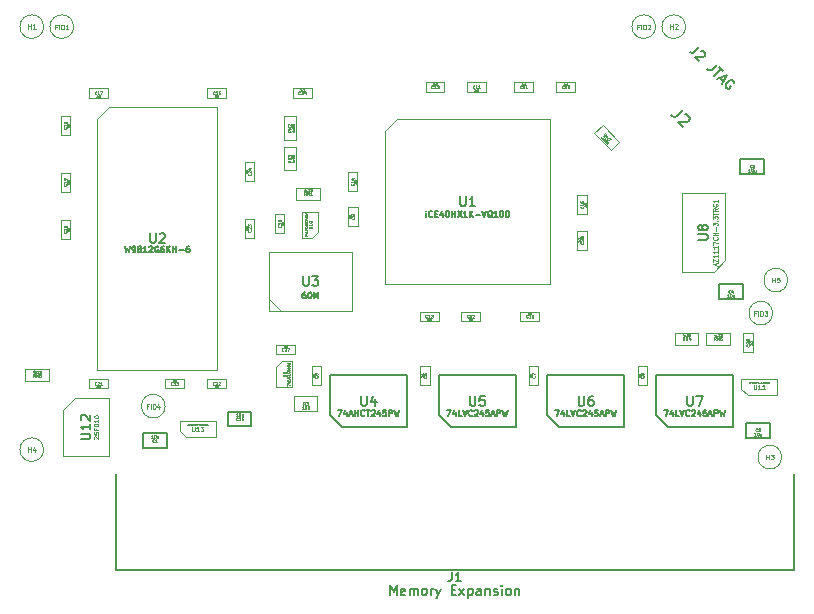
<source format=gbr>
G04 #@! TF.GenerationSoftware,KiCad,Pcbnew,(5.1.5-0-10_14)*
G04 #@! TF.CreationDate,2021-05-04T04:37:26-04:00*
G04 #@! TF.ProjectId,RAM2GS,52414d32-4753-42e6-9b69-6361645f7063,2.0*
G04 #@! TF.SameCoordinates,Original*
G04 #@! TF.FileFunction,Other,Fab,Top*
%FSLAX46Y46*%
G04 Gerber Fmt 4.6, Leading zero omitted, Abs format (unit mm)*
G04 Created by KiCad (PCBNEW (5.1.5-0-10_14)) date 2021-05-04 04:37:26*
%MOMM*%
%LPD*%
G04 APERTURE LIST*
%ADD10C,0.100000*%
%ADD11C,0.150000*%
%ADD12C,0.127000*%
%ADD13C,0.063500*%
%ADD14C,0.047625*%
%ADD15C,0.203200*%
%ADD16C,0.095250*%
%ADD17C,0.031750*%
G04 APERTURE END LIST*
D10*
X49950000Y-123750000D02*
X47950000Y-123750000D01*
X49950000Y-122750000D02*
X49950000Y-123750000D01*
X47950000Y-122750000D02*
X49950000Y-122750000D01*
X47950000Y-123750000D02*
X47950000Y-122750000D01*
X79400000Y-101550000D02*
X92400000Y-101550000D01*
X92400000Y-101550000D02*
X92400000Y-115550000D01*
X92400000Y-115550000D02*
X78400000Y-115550000D01*
X78400000Y-115550000D02*
X78400000Y-102550000D01*
X78400000Y-102550000D02*
X79400000Y-101550000D01*
X51136000Y-126185000D02*
X52136000Y-125185000D01*
X51136000Y-130085000D02*
X51136000Y-126185000D01*
X55036000Y-130085000D02*
X51136000Y-130085000D01*
X55036000Y-125185000D02*
X55036000Y-130085000D01*
X52136000Y-125185000D02*
X55036000Y-125185000D01*
X103537000Y-114500000D02*
X103537000Y-107800000D01*
X107237000Y-107800000D02*
X103537000Y-107800000D01*
X106237000Y-114500000D02*
X103537000Y-114500000D01*
X107237000Y-113500000D02*
X107237000Y-107800000D01*
X107237000Y-113500000D02*
X106237000Y-114500000D01*
X72200000Y-98950000D02*
X72200000Y-99750000D01*
X72200000Y-99750000D02*
X70600000Y-99750000D01*
X70600000Y-99750000D02*
X70600000Y-98950000D01*
X70600000Y-98950000D02*
X72200000Y-98950000D01*
D11*
X93175000Y-127650000D02*
X92175000Y-126650000D01*
X98675000Y-127650000D02*
X93175000Y-127650000D01*
X98675000Y-123250000D02*
X98675000Y-127650000D01*
X92175000Y-123250000D02*
X98675000Y-123250000D01*
X92175000Y-126650000D02*
X92175000Y-123250000D01*
D10*
X96846447Y-102039340D02*
X98260660Y-103453553D01*
X96139340Y-102746447D02*
X96846447Y-102039340D01*
X97553553Y-104160660D02*
X96139340Y-102746447D01*
X98260660Y-103453553D02*
X97553553Y-104160660D01*
X89350000Y-98450000D02*
X90950000Y-98450000D01*
X89350000Y-99250000D02*
X89350000Y-98450000D01*
X90950000Y-99250000D02*
X89350000Y-99250000D01*
X90950000Y-98450000D02*
X90950000Y-99250000D01*
X86450000Y-118650000D02*
X84850000Y-118650000D01*
X86450000Y-117850000D02*
X86450000Y-118650000D01*
X84850000Y-117850000D02*
X86450000Y-117850000D01*
X84850000Y-118650000D02*
X84850000Y-117850000D01*
X81350000Y-118650000D02*
X81350000Y-117850000D01*
X81350000Y-117850000D02*
X82950000Y-117850000D01*
X82950000Y-117850000D02*
X82950000Y-118650000D01*
X82950000Y-118650000D02*
X81350000Y-118650000D01*
D11*
X74775000Y-127650000D02*
X73775000Y-126650000D01*
X80275000Y-127650000D02*
X74775000Y-127650000D01*
X80275000Y-123250000D02*
X80275000Y-127650000D01*
X73775000Y-123250000D02*
X80275000Y-123250000D01*
X73775000Y-126650000D02*
X73775000Y-123250000D01*
D10*
X71430000Y-111600000D02*
X72280000Y-111600000D01*
X72780000Y-111100000D02*
X72780000Y-109400000D01*
X71430000Y-111600000D02*
X71430000Y-109400000D01*
X71430000Y-109400000D02*
X72780000Y-109400000D01*
X72280000Y-111600000D02*
X72780000Y-111100000D01*
X70570000Y-122050000D02*
X69720000Y-122050000D01*
X69220000Y-122550000D02*
X69220000Y-124250000D01*
X70570000Y-122050000D02*
X70570000Y-124250000D01*
X70570000Y-124250000D02*
X69220000Y-124250000D01*
X69720000Y-122050000D02*
X69220000Y-122550000D01*
D11*
X102375000Y-127650000D02*
X101375000Y-126650000D01*
X107875000Y-127650000D02*
X102375000Y-127650000D01*
X107875000Y-123250000D02*
X107875000Y-127650000D01*
X101375000Y-123250000D02*
X107875000Y-123250000D01*
X101375000Y-126650000D02*
X101375000Y-123250000D01*
X83975000Y-127650000D02*
X82975000Y-126650000D01*
X89475000Y-127650000D02*
X83975000Y-127650000D01*
X89475000Y-123250000D02*
X89475000Y-127650000D01*
X82975000Y-123250000D02*
X89475000Y-123250000D01*
X82975000Y-126650000D02*
X82975000Y-123250000D01*
D10*
X54950000Y-99750000D02*
X53350000Y-99750000D01*
X54950000Y-98950000D02*
X54950000Y-99750000D01*
X53350000Y-98950000D02*
X54950000Y-98950000D01*
X53350000Y-99750000D02*
X53350000Y-98950000D01*
D11*
X67100000Y-126325000D02*
X67100000Y-127575000D01*
X67100000Y-127575000D02*
X65100000Y-127575000D01*
X65100000Y-127575000D02*
X65100000Y-126325000D01*
X65100000Y-126325000D02*
X67100000Y-126325000D01*
D10*
X69200000Y-120650000D02*
X70800000Y-120650000D01*
X69200000Y-121450000D02*
X69200000Y-120650000D01*
X70800000Y-121450000D02*
X69200000Y-121450000D01*
X70800000Y-120650000D02*
X70800000Y-121450000D01*
X69900000Y-109600000D02*
X69900000Y-111200000D01*
X69100000Y-109600000D02*
X69900000Y-109600000D01*
X69100000Y-111200000D02*
X69100000Y-109600000D01*
X69900000Y-111200000D02*
X69100000Y-111200000D01*
D12*
X113030000Y-131572000D02*
X113030000Y-139700000D01*
X113030000Y-139700000D02*
X55626000Y-139700000D01*
X55626000Y-139700000D02*
X55626000Y-131572000D01*
D10*
X55070000Y-100540000D02*
X64230000Y-100540000D01*
X64230000Y-100540000D02*
X64230000Y-122760000D01*
X64230000Y-122760000D02*
X54070000Y-122760000D01*
X54070000Y-122760000D02*
X54070000Y-101540000D01*
X55070000Y-100540000D02*
X54070000Y-101540000D01*
D11*
X108700000Y-116775000D02*
X106700000Y-116775000D01*
X108700000Y-115525000D02*
X108700000Y-116775000D01*
X106700000Y-115525000D02*
X108700000Y-115525000D01*
X106700000Y-116775000D02*
X106700000Y-115525000D01*
X110500000Y-106175000D02*
X108500000Y-106175000D01*
X110500000Y-104925000D02*
X110500000Y-106175000D01*
X108500000Y-104925000D02*
X110500000Y-104925000D01*
X108500000Y-106175000D02*
X108500000Y-104925000D01*
X110982000Y-128514000D02*
X108982000Y-128514000D01*
X110982000Y-127264000D02*
X110982000Y-128514000D01*
X108982000Y-127264000D02*
X110982000Y-127264000D01*
X108982000Y-128514000D02*
X108982000Y-127264000D01*
X57928000Y-128153000D02*
X59928000Y-128153000D01*
X57928000Y-129403000D02*
X57928000Y-128153000D01*
X59928000Y-129403000D02*
X57928000Y-129403000D01*
X59928000Y-128153000D02*
X59928000Y-129403000D01*
D10*
X72200000Y-124050000D02*
X72200000Y-122450000D01*
X73000000Y-124050000D02*
X72200000Y-124050000D01*
X73000000Y-122450000D02*
X73000000Y-124050000D01*
X72200000Y-122450000D02*
X73000000Y-122450000D01*
X64950000Y-124350000D02*
X63350000Y-124350000D01*
X64950000Y-123550000D02*
X64950000Y-124350000D01*
X63350000Y-123550000D02*
X64950000Y-123550000D01*
X63350000Y-124350000D02*
X63350000Y-123550000D01*
X51750000Y-101300000D02*
X51750000Y-102900000D01*
X50950000Y-101300000D02*
X51750000Y-101300000D01*
X50950000Y-102900000D02*
X50950000Y-101300000D01*
X51750000Y-102900000D02*
X50950000Y-102900000D01*
X64950000Y-99750000D02*
X63350000Y-99750000D01*
X64950000Y-98950000D02*
X64950000Y-99750000D01*
X63350000Y-98950000D02*
X64950000Y-98950000D01*
X63350000Y-99750000D02*
X63350000Y-98950000D01*
X54950000Y-124350000D02*
X53350000Y-124350000D01*
X54950000Y-123550000D02*
X54950000Y-124350000D01*
X53350000Y-123550000D02*
X54950000Y-123550000D01*
X53350000Y-124350000D02*
X53350000Y-123550000D01*
X66550000Y-111600000D02*
X66550000Y-110000000D01*
X67350000Y-111600000D02*
X66550000Y-111600000D01*
X67350000Y-110000000D02*
X67350000Y-111600000D01*
X66550000Y-110000000D02*
X67350000Y-110000000D01*
X51750000Y-106100000D02*
X51750000Y-107700000D01*
X50950000Y-106100000D02*
X51750000Y-106100000D01*
X50950000Y-107700000D02*
X50950000Y-106100000D01*
X51750000Y-107700000D02*
X50950000Y-107700000D01*
X51750000Y-110100000D02*
X51750000Y-111700000D01*
X50950000Y-110100000D02*
X51750000Y-110100000D01*
X50950000Y-111700000D02*
X50950000Y-110100000D01*
X51750000Y-111700000D02*
X50950000Y-111700000D01*
X66550000Y-106800000D02*
X66550000Y-105200000D01*
X67350000Y-106800000D02*
X66550000Y-106800000D01*
X67350000Y-105200000D02*
X67350000Y-106800000D01*
X66550000Y-105200000D02*
X67350000Y-105200000D01*
X99800000Y-124050000D02*
X99800000Y-122450000D01*
X100600000Y-124050000D02*
X99800000Y-124050000D01*
X100600000Y-122450000D02*
X100600000Y-124050000D01*
X99800000Y-122450000D02*
X100600000Y-122450000D01*
X81400000Y-124050000D02*
X81400000Y-122450000D01*
X82200000Y-124050000D02*
X81400000Y-124050000D01*
X82200000Y-122450000D02*
X82200000Y-124050000D01*
X81400000Y-122450000D02*
X82200000Y-122450000D01*
X90600000Y-124050000D02*
X90600000Y-122450000D01*
X91400000Y-124050000D02*
X90600000Y-124050000D01*
X91400000Y-122450000D02*
X91400000Y-124050000D01*
X90600000Y-122450000D02*
X91400000Y-122450000D01*
X52054000Y-93726000D02*
G75*
G03X52054000Y-93726000I-1000000J0D01*
G01*
X111236000Y-117983000D02*
G75*
G03X111236000Y-117983000I-1000000J0D01*
G01*
X59801000Y-125857000D02*
G75*
G03X59801000Y-125857000I-1000000J0D01*
G01*
X101330000Y-93726000D02*
G75*
G03X101330000Y-93726000I-1000000J0D01*
G01*
X111998000Y-130175000D02*
G75*
G03X111998000Y-130175000I-1000000J0D01*
G01*
X72700000Y-126275000D02*
X70700000Y-126275000D01*
X72700000Y-125025000D02*
X72700000Y-126275000D01*
X70700000Y-125025000D02*
X72700000Y-125025000D01*
X70700000Y-126275000D02*
X70700000Y-125025000D01*
X49514000Y-93726000D02*
G75*
G03X49514000Y-93726000I-1000000J0D01*
G01*
X103870000Y-93726000D02*
G75*
G03X103870000Y-93726000I-1000000J0D01*
G01*
X49514000Y-129540000D02*
G75*
G03X49514000Y-129540000I-1000000J0D01*
G01*
X112506000Y-115189000D02*
G75*
G03X112506000Y-115189000I-1000000J0D01*
G01*
X70900000Y-108400000D02*
X70900000Y-107400000D01*
X70900000Y-107400000D02*
X72900000Y-107400000D01*
X72900000Y-107400000D02*
X72900000Y-108400000D01*
X72900000Y-108400000D02*
X70900000Y-108400000D01*
X69850000Y-101300000D02*
X70850000Y-101300000D01*
X70850000Y-101300000D02*
X70850000Y-103300000D01*
X70850000Y-103300000D02*
X69850000Y-103300000D01*
X69850000Y-103300000D02*
X69850000Y-101300000D01*
X69850000Y-103900000D02*
X70850000Y-103900000D01*
X70850000Y-103900000D02*
X70850000Y-105900000D01*
X70850000Y-105900000D02*
X69850000Y-105900000D01*
X69850000Y-105900000D02*
X69850000Y-103900000D01*
X102950000Y-120650000D02*
X102950000Y-119650000D01*
X102950000Y-119650000D02*
X104950000Y-119650000D01*
X104950000Y-119650000D02*
X104950000Y-120650000D01*
X104950000Y-120650000D02*
X102950000Y-120650000D01*
X105600000Y-120650000D02*
X105600000Y-119650000D01*
X105600000Y-119650000D02*
X107600000Y-119650000D01*
X107600000Y-119650000D02*
X107600000Y-120650000D01*
X107600000Y-120650000D02*
X105600000Y-120650000D01*
X68600000Y-116800000D02*
X69600000Y-117800000D01*
X68600000Y-117800000D02*
X68600000Y-112800000D01*
X75600000Y-117800000D02*
X68600000Y-117800000D01*
X75600000Y-112800000D02*
X75600000Y-117800000D01*
X68600000Y-112800000D02*
X75600000Y-112800000D01*
X109550000Y-121300000D02*
X108750000Y-121300000D01*
X108750000Y-121300000D02*
X108750000Y-119700000D01*
X108750000Y-119700000D02*
X109550000Y-119700000D01*
X109550000Y-119700000D02*
X109550000Y-121300000D01*
X111620000Y-124950000D02*
X111620000Y-123550000D01*
X108580000Y-123550000D02*
X111620000Y-123550000D01*
X109150000Y-124950000D02*
X108580000Y-124400000D01*
X108580000Y-124400000D02*
X108580000Y-123550000D01*
X109150000Y-124950000D02*
X111600000Y-124950000D01*
X94500000Y-98450000D02*
X94500000Y-99250000D01*
X94500000Y-99250000D02*
X92900000Y-99250000D01*
X92900000Y-99250000D02*
X92900000Y-98450000D01*
X92900000Y-98450000D02*
X94500000Y-98450000D01*
X75300000Y-110600000D02*
X75300000Y-109000000D01*
X76100000Y-110600000D02*
X75300000Y-110600000D01*
X76100000Y-109000000D02*
X76100000Y-110600000D01*
X75300000Y-109000000D02*
X76100000Y-109000000D01*
X85350000Y-99250000D02*
X85350000Y-98450000D01*
X85350000Y-98450000D02*
X86950000Y-98450000D01*
X86950000Y-98450000D02*
X86950000Y-99250000D01*
X86950000Y-99250000D02*
X85350000Y-99250000D01*
X83450000Y-98450000D02*
X83450000Y-99250000D01*
X83450000Y-99250000D02*
X81850000Y-99250000D01*
X81850000Y-99250000D02*
X81850000Y-98450000D01*
X81850000Y-98450000D02*
X83450000Y-98450000D01*
X76050000Y-107650000D02*
X75250000Y-107650000D01*
X75250000Y-107650000D02*
X75250000Y-106050000D01*
X75250000Y-106050000D02*
X76050000Y-106050000D01*
X76050000Y-106050000D02*
X76050000Y-107650000D01*
X95500000Y-108000000D02*
X95500000Y-109600000D01*
X94700000Y-108000000D02*
X95500000Y-108000000D01*
X94700000Y-109600000D02*
X94700000Y-108000000D01*
X95500000Y-109600000D02*
X94700000Y-109600000D01*
X89850000Y-117850000D02*
X91450000Y-117850000D01*
X89850000Y-118650000D02*
X89850000Y-117850000D01*
X91450000Y-118650000D02*
X89850000Y-118650000D01*
X91450000Y-117850000D02*
X91450000Y-118650000D01*
X94700000Y-111000000D02*
X95500000Y-111000000D01*
X95500000Y-111000000D02*
X95500000Y-112600000D01*
X95500000Y-112600000D02*
X94700000Y-112600000D01*
X94700000Y-112600000D02*
X94700000Y-111000000D01*
X59800000Y-123550000D02*
X61400000Y-123550000D01*
X59800000Y-124350000D02*
X59800000Y-123550000D01*
X61400000Y-124350000D02*
X59800000Y-124350000D01*
X61400000Y-123550000D02*
X61400000Y-124350000D01*
X64070000Y-128500000D02*
X64070000Y-127100000D01*
X61030000Y-127100000D02*
X64070000Y-127100000D01*
X61600000Y-128500000D02*
X61030000Y-127950000D01*
X61030000Y-127950000D02*
X61030000Y-127100000D01*
X61600000Y-128500000D02*
X64050000Y-128500000D01*
D13*
X48774619Y-123364904D02*
X48689952Y-123243952D01*
X48629476Y-123364904D02*
X48629476Y-123110904D01*
X48726238Y-123110904D01*
X48750428Y-123123000D01*
X48762523Y-123135095D01*
X48774619Y-123159285D01*
X48774619Y-123195571D01*
X48762523Y-123219761D01*
X48750428Y-123231857D01*
X48726238Y-123243952D01*
X48629476Y-123243952D01*
X48883476Y-123364904D02*
X48883476Y-123110904D01*
X49028619Y-123364904D01*
X49028619Y-123110904D01*
X49258428Y-123110904D02*
X49210047Y-123110904D01*
X49185857Y-123123000D01*
X49173761Y-123135095D01*
X49149571Y-123171380D01*
X49137476Y-123219761D01*
X49137476Y-123316523D01*
X49149571Y-123340714D01*
X49161666Y-123352809D01*
X49185857Y-123364904D01*
X49234238Y-123364904D01*
X49258428Y-123352809D01*
X49270523Y-123340714D01*
X49282619Y-123316523D01*
X49282619Y-123256047D01*
X49270523Y-123231857D01*
X49258428Y-123219761D01*
X49234238Y-123207666D01*
X49185857Y-123207666D01*
X49161666Y-123219761D01*
X49149571Y-123231857D01*
X49137476Y-123256047D01*
D14*
X48727750Y-122909178D02*
X48727750Y-123036178D01*
X48682392Y-122836607D02*
X48637035Y-122972678D01*
X48754964Y-122972678D01*
X48809392Y-123036178D02*
X48909178Y-122909178D01*
X48809392Y-122909178D02*
X48909178Y-123036178D01*
X48963607Y-122845678D02*
X49081535Y-122845678D01*
X49018035Y-122918250D01*
X49045250Y-122918250D01*
X49063392Y-122927321D01*
X49072464Y-122936392D01*
X49081535Y-122954535D01*
X49081535Y-122999892D01*
X49072464Y-123018035D01*
X49063392Y-123027107D01*
X49045250Y-123036178D01*
X48990821Y-123036178D01*
X48972678Y-123027107D01*
X48963607Y-123018035D01*
X49145035Y-122845678D02*
X49262964Y-122845678D01*
X49199464Y-122918250D01*
X49226678Y-122918250D01*
X49244821Y-122927321D01*
X49253892Y-122936392D01*
X49262964Y-122954535D01*
X49262964Y-122999892D01*
X49253892Y-123018035D01*
X49244821Y-123027107D01*
X49226678Y-123036178D01*
X49172250Y-123036178D01*
X49154107Y-123027107D01*
X49145035Y-123018035D01*
D15*
X84780723Y-108104895D02*
X84780723Y-108762876D01*
X84819428Y-108840285D01*
X84858133Y-108878990D01*
X84935542Y-108917695D01*
X85090361Y-108917695D01*
X85167771Y-108878990D01*
X85206476Y-108840285D01*
X85245180Y-108762876D01*
X85245180Y-108104895D01*
X86057980Y-108917695D02*
X85593523Y-108917695D01*
X85825752Y-108917695D02*
X85825752Y-108104895D01*
X85748342Y-108221009D01*
X85670933Y-108298419D01*
X85593523Y-108337123D01*
D12*
X81904476Y-109829809D02*
X81904476Y-109491142D01*
X81904476Y-109321809D02*
X81880285Y-109346000D01*
X81904476Y-109370190D01*
X81928666Y-109346000D01*
X81904476Y-109321809D01*
X81904476Y-109370190D01*
X82436666Y-109781428D02*
X82412476Y-109805619D01*
X82339904Y-109829809D01*
X82291523Y-109829809D01*
X82218952Y-109805619D01*
X82170571Y-109757238D01*
X82146380Y-109708857D01*
X82122190Y-109612095D01*
X82122190Y-109539523D01*
X82146380Y-109442761D01*
X82170571Y-109394380D01*
X82218952Y-109346000D01*
X82291523Y-109321809D01*
X82339904Y-109321809D01*
X82412476Y-109346000D01*
X82436666Y-109370190D01*
X82654380Y-109563714D02*
X82823714Y-109563714D01*
X82896285Y-109829809D02*
X82654380Y-109829809D01*
X82654380Y-109321809D01*
X82896285Y-109321809D01*
X83331714Y-109491142D02*
X83331714Y-109829809D01*
X83210761Y-109297619D02*
X83089809Y-109660476D01*
X83404285Y-109660476D01*
X83694571Y-109321809D02*
X83742952Y-109321809D01*
X83791333Y-109346000D01*
X83815523Y-109370190D01*
X83839714Y-109418571D01*
X83863904Y-109515333D01*
X83863904Y-109636285D01*
X83839714Y-109733047D01*
X83815523Y-109781428D01*
X83791333Y-109805619D01*
X83742952Y-109829809D01*
X83694571Y-109829809D01*
X83646190Y-109805619D01*
X83622000Y-109781428D01*
X83597809Y-109733047D01*
X83573619Y-109636285D01*
X83573619Y-109515333D01*
X83597809Y-109418571D01*
X83622000Y-109370190D01*
X83646190Y-109346000D01*
X83694571Y-109321809D01*
X84081619Y-109829809D02*
X84081619Y-109321809D01*
X84081619Y-109563714D02*
X84371904Y-109563714D01*
X84371904Y-109829809D02*
X84371904Y-109321809D01*
X84565428Y-109321809D02*
X84904095Y-109829809D01*
X84904095Y-109321809D02*
X84565428Y-109829809D01*
X85363714Y-109829809D02*
X85073428Y-109829809D01*
X85218571Y-109829809D02*
X85218571Y-109321809D01*
X85170190Y-109394380D01*
X85121809Y-109442761D01*
X85073428Y-109466952D01*
X85581428Y-109829809D02*
X85581428Y-109321809D01*
X85871714Y-109829809D02*
X85654000Y-109539523D01*
X85871714Y-109321809D02*
X85581428Y-109612095D01*
X86089428Y-109636285D02*
X86476476Y-109636285D01*
X86645809Y-109321809D02*
X86815142Y-109829809D01*
X86984476Y-109321809D01*
X87492476Y-109878190D02*
X87444095Y-109854000D01*
X87395714Y-109805619D01*
X87323142Y-109733047D01*
X87274761Y-109708857D01*
X87226380Y-109708857D01*
X87250571Y-109829809D02*
X87202190Y-109805619D01*
X87153809Y-109757238D01*
X87129619Y-109660476D01*
X87129619Y-109491142D01*
X87153809Y-109394380D01*
X87202190Y-109346000D01*
X87250571Y-109321809D01*
X87347333Y-109321809D01*
X87395714Y-109346000D01*
X87444095Y-109394380D01*
X87468285Y-109491142D01*
X87468285Y-109660476D01*
X87444095Y-109757238D01*
X87395714Y-109805619D01*
X87347333Y-109829809D01*
X87250571Y-109829809D01*
X87952095Y-109829809D02*
X87661809Y-109829809D01*
X87806952Y-109829809D02*
X87806952Y-109321809D01*
X87758571Y-109394380D01*
X87710190Y-109442761D01*
X87661809Y-109466952D01*
X88266571Y-109321809D02*
X88314952Y-109321809D01*
X88363333Y-109346000D01*
X88387523Y-109370190D01*
X88411714Y-109418571D01*
X88435904Y-109515333D01*
X88435904Y-109636285D01*
X88411714Y-109733047D01*
X88387523Y-109781428D01*
X88363333Y-109805619D01*
X88314952Y-109829809D01*
X88266571Y-109829809D01*
X88218190Y-109805619D01*
X88194000Y-109781428D01*
X88169809Y-109733047D01*
X88145619Y-109636285D01*
X88145619Y-109515333D01*
X88169809Y-109418571D01*
X88194000Y-109370190D01*
X88218190Y-109346000D01*
X88266571Y-109321809D01*
X88750380Y-109321809D02*
X88798761Y-109321809D01*
X88847142Y-109346000D01*
X88871333Y-109370190D01*
X88895523Y-109418571D01*
X88919714Y-109515333D01*
X88919714Y-109636285D01*
X88895523Y-109733047D01*
X88871333Y-109781428D01*
X88847142Y-109805619D01*
X88798761Y-109829809D01*
X88750380Y-109829809D01*
X88702000Y-109805619D01*
X88677809Y-109781428D01*
X88653619Y-109733047D01*
X88629428Y-109636285D01*
X88629428Y-109515333D01*
X88653619Y-109418571D01*
X88677809Y-109370190D01*
X88702000Y-109346000D01*
X88750380Y-109321809D01*
D15*
X52640895Y-128641323D02*
X53298876Y-128641323D01*
X53376285Y-128602619D01*
X53414990Y-128563914D01*
X53453695Y-128486504D01*
X53453695Y-128331685D01*
X53414990Y-128254276D01*
X53376285Y-128215571D01*
X53298876Y-128176866D01*
X52640895Y-128176866D01*
X53453695Y-127364066D02*
X53453695Y-127828523D01*
X53453695Y-127596295D02*
X52640895Y-127596295D01*
X52757009Y-127673704D01*
X52834419Y-127751114D01*
X52873123Y-127828523D01*
X52718304Y-127054428D02*
X52679600Y-127015723D01*
X52640895Y-126938314D01*
X52640895Y-126744790D01*
X52679600Y-126667380D01*
X52718304Y-126628676D01*
X52795714Y-126589971D01*
X52873123Y-126589971D01*
X52989238Y-126628676D01*
X53453695Y-127093133D01*
X53453695Y-126589971D01*
D16*
X53813642Y-128632857D02*
X53795500Y-128614714D01*
X53777357Y-128578428D01*
X53777357Y-128487714D01*
X53795500Y-128451428D01*
X53813642Y-128433285D01*
X53849928Y-128415142D01*
X53886214Y-128415142D01*
X53940642Y-128433285D01*
X54158357Y-128651000D01*
X54158357Y-128415142D01*
X53777357Y-128070428D02*
X53777357Y-128251857D01*
X53958785Y-128270000D01*
X53940642Y-128251857D01*
X53922500Y-128215571D01*
X53922500Y-128124857D01*
X53940642Y-128088571D01*
X53958785Y-128070428D01*
X53995071Y-128052285D01*
X54085785Y-128052285D01*
X54122071Y-128070428D01*
X54140214Y-128088571D01*
X54158357Y-128124857D01*
X54158357Y-128215571D01*
X54140214Y-128251857D01*
X54122071Y-128270000D01*
X53958785Y-127762000D02*
X53958785Y-127889000D01*
X54158357Y-127889000D02*
X53777357Y-127889000D01*
X53777357Y-127707571D01*
X53777357Y-127489857D02*
X53777357Y-127453571D01*
X53795500Y-127417285D01*
X53813642Y-127399142D01*
X53849928Y-127381000D01*
X53922500Y-127362857D01*
X54013214Y-127362857D01*
X54085785Y-127381000D01*
X54122071Y-127399142D01*
X54140214Y-127417285D01*
X54158357Y-127453571D01*
X54158357Y-127489857D01*
X54140214Y-127526142D01*
X54122071Y-127544285D01*
X54085785Y-127562428D01*
X54013214Y-127580571D01*
X53922500Y-127580571D01*
X53849928Y-127562428D01*
X53813642Y-127544285D01*
X53795500Y-127526142D01*
X53777357Y-127489857D01*
X54158357Y-127000000D02*
X54158357Y-127217714D01*
X54158357Y-127108857D02*
X53777357Y-127108857D01*
X53831785Y-127145142D01*
X53868071Y-127181428D01*
X53886214Y-127217714D01*
X53777357Y-126764142D02*
X53777357Y-126727857D01*
X53795500Y-126691571D01*
X53813642Y-126673428D01*
X53849928Y-126655285D01*
X53922500Y-126637142D01*
X54013214Y-126637142D01*
X54085785Y-126655285D01*
X54122071Y-126673428D01*
X54140214Y-126691571D01*
X54158357Y-126727857D01*
X54158357Y-126764142D01*
X54140214Y-126800428D01*
X54122071Y-126818571D01*
X54085785Y-126836714D01*
X54013214Y-126854857D01*
X53922500Y-126854857D01*
X53849928Y-126836714D01*
X53813642Y-126818571D01*
X53795500Y-126800428D01*
X53777357Y-126764142D01*
X106466500Y-113934928D02*
X106466500Y-113753500D01*
X106575357Y-113971214D02*
X106194357Y-113844214D01*
X106575357Y-113717214D01*
X106194357Y-113626500D02*
X106194357Y-113372500D01*
X106575357Y-113626500D01*
X106575357Y-113372500D01*
X106575357Y-113027785D02*
X106575357Y-113245500D01*
X106575357Y-113136642D02*
X106194357Y-113136642D01*
X106248785Y-113172928D01*
X106285071Y-113209214D01*
X106303214Y-113245500D01*
X106575357Y-112664928D02*
X106575357Y-112882642D01*
X106575357Y-112773785D02*
X106194357Y-112773785D01*
X106248785Y-112810071D01*
X106285071Y-112846357D01*
X106303214Y-112882642D01*
X106575357Y-112302071D02*
X106575357Y-112519785D01*
X106575357Y-112410928D02*
X106194357Y-112410928D01*
X106248785Y-112447214D01*
X106285071Y-112483500D01*
X106303214Y-112519785D01*
X106194357Y-112175071D02*
X106194357Y-111921071D01*
X106575357Y-112084357D01*
X106539071Y-111558214D02*
X106557214Y-111576357D01*
X106575357Y-111630785D01*
X106575357Y-111667071D01*
X106557214Y-111721500D01*
X106520928Y-111757785D01*
X106484642Y-111775928D01*
X106412071Y-111794071D01*
X106357642Y-111794071D01*
X106285071Y-111775928D01*
X106248785Y-111757785D01*
X106212500Y-111721500D01*
X106194357Y-111667071D01*
X106194357Y-111630785D01*
X106212500Y-111576357D01*
X106230642Y-111558214D01*
X106575357Y-111394928D02*
X106194357Y-111394928D01*
X106375785Y-111394928D02*
X106375785Y-111177214D01*
X106575357Y-111177214D02*
X106194357Y-111177214D01*
X106430214Y-110995785D02*
X106430214Y-110705500D01*
X106194357Y-110560357D02*
X106194357Y-110324500D01*
X106339500Y-110451500D01*
X106339500Y-110397071D01*
X106357642Y-110360785D01*
X106375785Y-110342642D01*
X106412071Y-110324500D01*
X106502785Y-110324500D01*
X106539071Y-110342642D01*
X106557214Y-110360785D01*
X106575357Y-110397071D01*
X106575357Y-110505928D01*
X106557214Y-110542214D01*
X106539071Y-110560357D01*
X106539071Y-110161214D02*
X106557214Y-110143071D01*
X106575357Y-110161214D01*
X106557214Y-110179357D01*
X106539071Y-110161214D01*
X106575357Y-110161214D01*
X106194357Y-110016071D02*
X106194357Y-109780214D01*
X106339500Y-109907214D01*
X106339500Y-109852785D01*
X106357642Y-109816500D01*
X106375785Y-109798357D01*
X106412071Y-109780214D01*
X106502785Y-109780214D01*
X106539071Y-109798357D01*
X106557214Y-109816500D01*
X106575357Y-109852785D01*
X106575357Y-109961642D01*
X106557214Y-109997928D01*
X106539071Y-110016071D01*
X106194357Y-109671357D02*
X106194357Y-109453642D01*
X106575357Y-109562500D02*
X106194357Y-109562500D01*
X106575357Y-109108928D02*
X106393928Y-109235928D01*
X106575357Y-109326642D02*
X106194357Y-109326642D01*
X106194357Y-109181500D01*
X106212500Y-109145214D01*
X106230642Y-109127071D01*
X106266928Y-109108928D01*
X106321357Y-109108928D01*
X106357642Y-109127071D01*
X106375785Y-109145214D01*
X106393928Y-109181500D01*
X106393928Y-109326642D01*
X106212500Y-108746071D02*
X106194357Y-108782357D01*
X106194357Y-108836785D01*
X106212500Y-108891214D01*
X106248785Y-108927500D01*
X106285071Y-108945642D01*
X106357642Y-108963785D01*
X106412071Y-108963785D01*
X106484642Y-108945642D01*
X106520928Y-108927500D01*
X106557214Y-108891214D01*
X106575357Y-108836785D01*
X106575357Y-108800500D01*
X106557214Y-108746071D01*
X106539071Y-108727928D01*
X106412071Y-108727928D01*
X106412071Y-108800500D01*
X106575357Y-108365071D02*
X106575357Y-108582785D01*
X106575357Y-108473928D02*
X106194357Y-108473928D01*
X106248785Y-108510214D01*
X106285071Y-108546500D01*
X106303214Y-108582785D01*
D15*
X104941895Y-111769276D02*
X105599876Y-111769276D01*
X105677285Y-111730571D01*
X105715990Y-111691866D01*
X105754695Y-111614457D01*
X105754695Y-111459638D01*
X105715990Y-111382228D01*
X105677285Y-111343523D01*
X105599876Y-111304819D01*
X104941895Y-111304819D01*
X105290238Y-110801657D02*
X105251533Y-110879066D01*
X105212828Y-110917771D01*
X105135419Y-110956476D01*
X105096714Y-110956476D01*
X105019304Y-110917771D01*
X104980600Y-110879066D01*
X104941895Y-110801657D01*
X104941895Y-110646838D01*
X104980600Y-110569428D01*
X105019304Y-110530723D01*
X105096714Y-110492019D01*
X105135419Y-110492019D01*
X105212828Y-110530723D01*
X105251533Y-110569428D01*
X105290238Y-110646838D01*
X105290238Y-110801657D01*
X105328942Y-110879066D01*
X105367647Y-110917771D01*
X105445057Y-110956476D01*
X105599876Y-110956476D01*
X105677285Y-110917771D01*
X105715990Y-110879066D01*
X105754695Y-110801657D01*
X105754695Y-110646838D01*
X105715990Y-110569428D01*
X105677285Y-110530723D01*
X105599876Y-110492019D01*
X105445057Y-110492019D01*
X105367647Y-110530723D01*
X105328942Y-110569428D01*
X105290238Y-110646838D01*
D13*
X71236714Y-99440714D02*
X71224619Y-99452809D01*
X71188333Y-99464904D01*
X71164142Y-99464904D01*
X71127857Y-99452809D01*
X71103666Y-99428619D01*
X71091571Y-99404428D01*
X71079476Y-99356047D01*
X71079476Y-99319761D01*
X71091571Y-99271380D01*
X71103666Y-99247190D01*
X71127857Y-99223000D01*
X71164142Y-99210904D01*
X71188333Y-99210904D01*
X71224619Y-99223000D01*
X71236714Y-99235095D01*
X71321380Y-99210904D02*
X71478619Y-99210904D01*
X71393952Y-99307666D01*
X71430238Y-99307666D01*
X71454428Y-99319761D01*
X71466523Y-99331857D01*
X71478619Y-99356047D01*
X71478619Y-99416523D01*
X71466523Y-99440714D01*
X71454428Y-99452809D01*
X71430238Y-99464904D01*
X71357666Y-99464904D01*
X71333476Y-99452809D01*
X71321380Y-99440714D01*
X71696333Y-99295571D02*
X71696333Y-99464904D01*
X71635857Y-99198809D02*
X71575380Y-99380238D01*
X71732619Y-99380238D01*
D17*
X71245785Y-99042547D02*
X71251833Y-99036500D01*
X71263928Y-99030452D01*
X71294166Y-99030452D01*
X71306261Y-99036500D01*
X71312309Y-99042547D01*
X71318357Y-99054642D01*
X71318357Y-99066738D01*
X71312309Y-99084880D01*
X71239738Y-99157452D01*
X71318357Y-99157452D01*
X71427214Y-99072785D02*
X71427214Y-99157452D01*
X71372785Y-99072785D02*
X71372785Y-99139309D01*
X71378833Y-99151404D01*
X71390928Y-99157452D01*
X71409071Y-99157452D01*
X71421166Y-99151404D01*
X71427214Y-99145357D01*
X71481642Y-99042547D02*
X71487690Y-99036500D01*
X71499785Y-99030452D01*
X71530023Y-99030452D01*
X71542119Y-99036500D01*
X71548166Y-99042547D01*
X71554214Y-99054642D01*
X71554214Y-99066738D01*
X71548166Y-99084880D01*
X71475595Y-99157452D01*
X71554214Y-99157452D01*
D15*
X94805723Y-125004895D02*
X94805723Y-125662876D01*
X94844428Y-125740285D01*
X94883133Y-125778990D01*
X94960542Y-125817695D01*
X95115361Y-125817695D01*
X95192771Y-125778990D01*
X95231476Y-125740285D01*
X95270180Y-125662876D01*
X95270180Y-125004895D01*
X96005571Y-125004895D02*
X95850752Y-125004895D01*
X95773342Y-125043600D01*
X95734638Y-125082304D01*
X95657228Y-125198419D01*
X95618523Y-125353238D01*
X95618523Y-125662876D01*
X95657228Y-125740285D01*
X95695933Y-125778990D01*
X95773342Y-125817695D01*
X95928161Y-125817695D01*
X96005571Y-125778990D01*
X96044276Y-125740285D01*
X96082980Y-125662876D01*
X96082980Y-125469352D01*
X96044276Y-125391942D01*
X96005571Y-125353238D01*
X95928161Y-125314533D01*
X95773342Y-125314533D01*
X95695933Y-125353238D01*
X95657228Y-125391942D01*
X95618523Y-125469352D01*
D12*
X92848714Y-126187809D02*
X93187380Y-126187809D01*
X92969666Y-126695809D01*
X93598619Y-126357142D02*
X93598619Y-126695809D01*
X93477666Y-126163619D02*
X93356714Y-126526476D01*
X93671190Y-126526476D01*
X94106619Y-126695809D02*
X93864714Y-126695809D01*
X93864714Y-126187809D01*
X94203380Y-126187809D02*
X94372714Y-126695809D01*
X94542047Y-126187809D01*
X95001666Y-126647428D02*
X94977476Y-126671619D01*
X94904904Y-126695809D01*
X94856523Y-126695809D01*
X94783952Y-126671619D01*
X94735571Y-126623238D01*
X94711380Y-126574857D01*
X94687190Y-126478095D01*
X94687190Y-126405523D01*
X94711380Y-126308761D01*
X94735571Y-126260380D01*
X94783952Y-126212000D01*
X94856523Y-126187809D01*
X94904904Y-126187809D01*
X94977476Y-126212000D01*
X95001666Y-126236190D01*
X95195190Y-126236190D02*
X95219380Y-126212000D01*
X95267761Y-126187809D01*
X95388714Y-126187809D01*
X95437095Y-126212000D01*
X95461285Y-126236190D01*
X95485476Y-126284571D01*
X95485476Y-126332952D01*
X95461285Y-126405523D01*
X95171000Y-126695809D01*
X95485476Y-126695809D01*
X95920904Y-126357142D02*
X95920904Y-126695809D01*
X95799952Y-126163619D02*
X95679000Y-126526476D01*
X95993476Y-126526476D01*
X96428904Y-126187809D02*
X96187000Y-126187809D01*
X96162809Y-126429714D01*
X96187000Y-126405523D01*
X96235380Y-126381333D01*
X96356333Y-126381333D01*
X96404714Y-126405523D01*
X96428904Y-126429714D01*
X96453095Y-126478095D01*
X96453095Y-126599047D01*
X96428904Y-126647428D01*
X96404714Y-126671619D01*
X96356333Y-126695809D01*
X96235380Y-126695809D01*
X96187000Y-126671619D01*
X96162809Y-126647428D01*
X96646619Y-126550666D02*
X96888523Y-126550666D01*
X96598238Y-126695809D02*
X96767571Y-126187809D01*
X96936904Y-126695809D01*
X97106238Y-126695809D02*
X97106238Y-126187809D01*
X97299761Y-126187809D01*
X97348142Y-126212000D01*
X97372333Y-126236190D01*
X97396523Y-126284571D01*
X97396523Y-126357142D01*
X97372333Y-126405523D01*
X97348142Y-126429714D01*
X97299761Y-126453904D01*
X97106238Y-126453904D01*
X97565857Y-126187809D02*
X97686809Y-126695809D01*
X97783571Y-126332952D01*
X97880333Y-126695809D01*
X98001285Y-126187809D01*
D13*
X96994737Y-103057236D02*
X97020394Y-102911842D01*
X96892105Y-102954605D02*
X97071710Y-102775000D01*
X97140131Y-102843421D01*
X97148684Y-102869079D01*
X97148684Y-102886184D01*
X97140131Y-102911842D01*
X97114473Y-102937500D01*
X97088815Y-102946052D01*
X97071710Y-102946052D01*
X97046052Y-102937500D01*
X96977631Y-102869079D01*
X97071710Y-103134210D02*
X97251315Y-102954605D01*
X97174342Y-103236841D01*
X97353947Y-103057236D01*
X97422368Y-103125657D02*
X97542104Y-103245394D01*
X97285526Y-103348026D01*
D14*
X96805055Y-103071589D02*
X96715253Y-103161391D01*
X96824299Y-102988201D02*
X96696009Y-103052346D01*
X96779397Y-103135734D01*
X96772983Y-103219122D02*
X96933345Y-103199878D01*
X96862785Y-103129319D02*
X96843542Y-103289681D01*
X96965417Y-103411556D02*
X96888443Y-103334582D01*
X96926930Y-103373069D02*
X97061634Y-103238365D01*
X97029562Y-103244780D01*
X97003904Y-103244780D01*
X96984660Y-103238365D01*
X97183509Y-103360240D02*
X97196338Y-103373069D01*
X97202752Y-103392312D01*
X97202752Y-103405141D01*
X97196338Y-103424385D01*
X97177094Y-103456457D01*
X97145022Y-103488529D01*
X97112950Y-103507773D01*
X97093706Y-103514187D01*
X97080877Y-103514187D01*
X97061634Y-103507773D01*
X97048805Y-103494944D01*
X97042390Y-103475700D01*
X97042390Y-103462872D01*
X97048805Y-103443628D01*
X97068048Y-103411556D01*
X97100121Y-103379483D01*
X97132193Y-103360240D01*
X97151436Y-103353826D01*
X97164265Y-103353826D01*
X97183509Y-103360240D01*
X97151436Y-103597575D02*
X97286140Y-103462872D01*
X97215581Y-103559089D02*
X97202752Y-103648891D01*
X97292555Y-103559089D02*
X97189923Y-103559089D01*
D15*
X105023157Y-95493684D02*
X104612631Y-95904210D01*
X104503158Y-95958947D01*
X104393684Y-95958947D01*
X104284211Y-95904210D01*
X104229474Y-95849473D01*
X105214736Y-95794737D02*
X105269473Y-95794737D01*
X105351578Y-95822105D01*
X105488420Y-95958947D01*
X105515788Y-96041052D01*
X105515788Y-96095789D01*
X105488420Y-96177894D01*
X105433683Y-96232631D01*
X105324210Y-96287368D01*
X104667368Y-96287368D01*
X105023157Y-96643157D01*
X106512323Y-96964737D02*
X106101797Y-97375263D01*
X105992324Y-97430000D01*
X105882850Y-97430000D01*
X105773377Y-97375263D01*
X105718640Y-97320526D01*
X106703902Y-97156316D02*
X107032323Y-97484737D01*
X106293376Y-97895263D02*
X106868113Y-97320526D01*
X106786007Y-98059473D02*
X107059691Y-98333157D01*
X106567060Y-98168947D02*
X107333375Y-97785789D01*
X106950218Y-98552104D01*
X107990217Y-98497367D02*
X107962848Y-98415262D01*
X107880743Y-98333157D01*
X107771270Y-98278420D01*
X107661796Y-98278420D01*
X107579691Y-98305789D01*
X107442849Y-98387894D01*
X107360744Y-98469999D01*
X107278638Y-98606841D01*
X107251270Y-98688946D01*
X107251270Y-98798420D01*
X107306007Y-98907893D01*
X107360744Y-98962630D01*
X107470217Y-99017367D01*
X107524954Y-99017367D01*
X107716533Y-98825788D01*
X107607059Y-98716315D01*
D11*
X103625522Y-100792072D02*
X103120446Y-101297148D01*
X102985759Y-101364492D01*
X102851072Y-101364492D01*
X102716385Y-101297148D01*
X102649042Y-101229805D01*
X103861225Y-101162461D02*
X103928568Y-101162461D01*
X104029583Y-101196133D01*
X104197942Y-101364492D01*
X104231614Y-101465507D01*
X104231614Y-101532851D01*
X104197942Y-101633866D01*
X104130599Y-101701209D01*
X103995912Y-101768553D01*
X103187790Y-101768553D01*
X103625522Y-102206286D01*
D13*
X89986714Y-98940714D02*
X89974619Y-98952809D01*
X89938333Y-98964904D01*
X89914142Y-98964904D01*
X89877857Y-98952809D01*
X89853666Y-98928619D01*
X89841571Y-98904428D01*
X89829476Y-98856047D01*
X89829476Y-98819761D01*
X89841571Y-98771380D01*
X89853666Y-98747190D01*
X89877857Y-98723000D01*
X89914142Y-98710904D01*
X89938333Y-98710904D01*
X89974619Y-98723000D01*
X89986714Y-98735095D01*
X90071380Y-98710904D02*
X90228619Y-98710904D01*
X90143952Y-98807666D01*
X90180238Y-98807666D01*
X90204428Y-98819761D01*
X90216523Y-98831857D01*
X90228619Y-98856047D01*
X90228619Y-98916523D01*
X90216523Y-98940714D01*
X90204428Y-98952809D01*
X90180238Y-98964904D01*
X90107666Y-98964904D01*
X90083476Y-98952809D01*
X90071380Y-98940714D01*
X90470523Y-98964904D02*
X90325380Y-98964904D01*
X90397952Y-98964904D02*
X90397952Y-98710904D01*
X90373761Y-98747190D01*
X90349571Y-98771380D01*
X90325380Y-98783476D01*
D17*
X89995785Y-98542547D02*
X90001833Y-98536500D01*
X90013928Y-98530452D01*
X90044166Y-98530452D01*
X90056261Y-98536500D01*
X90062309Y-98542547D01*
X90068357Y-98554642D01*
X90068357Y-98566738D01*
X90062309Y-98584880D01*
X89989738Y-98657452D01*
X90068357Y-98657452D01*
X90177214Y-98572785D02*
X90177214Y-98657452D01*
X90122785Y-98572785D02*
X90122785Y-98639309D01*
X90128833Y-98651404D01*
X90140928Y-98657452D01*
X90159071Y-98657452D01*
X90171166Y-98651404D01*
X90177214Y-98645357D01*
X90231642Y-98542547D02*
X90237690Y-98536500D01*
X90249785Y-98530452D01*
X90280023Y-98530452D01*
X90292119Y-98536500D01*
X90298166Y-98542547D01*
X90304214Y-98554642D01*
X90304214Y-98566738D01*
X90298166Y-98584880D01*
X90225595Y-98657452D01*
X90304214Y-98657452D01*
D13*
X85486714Y-118340714D02*
X85474619Y-118352809D01*
X85438333Y-118364904D01*
X85414142Y-118364904D01*
X85377857Y-118352809D01*
X85353666Y-118328619D01*
X85341571Y-118304428D01*
X85329476Y-118256047D01*
X85329476Y-118219761D01*
X85341571Y-118171380D01*
X85353666Y-118147190D01*
X85377857Y-118123000D01*
X85414142Y-118110904D01*
X85438333Y-118110904D01*
X85474619Y-118123000D01*
X85486714Y-118135095D01*
X85571380Y-118110904D02*
X85728619Y-118110904D01*
X85643952Y-118207666D01*
X85680238Y-118207666D01*
X85704428Y-118219761D01*
X85716523Y-118231857D01*
X85728619Y-118256047D01*
X85728619Y-118316523D01*
X85716523Y-118340714D01*
X85704428Y-118352809D01*
X85680238Y-118364904D01*
X85607666Y-118364904D01*
X85583476Y-118352809D01*
X85571380Y-118340714D01*
X85825380Y-118135095D02*
X85837476Y-118123000D01*
X85861666Y-118110904D01*
X85922142Y-118110904D01*
X85946333Y-118123000D01*
X85958428Y-118135095D01*
X85970523Y-118159285D01*
X85970523Y-118183476D01*
X85958428Y-118219761D01*
X85813285Y-118364904D01*
X85970523Y-118364904D01*
D17*
X85495785Y-118442547D02*
X85501833Y-118436500D01*
X85513928Y-118430452D01*
X85544166Y-118430452D01*
X85556261Y-118436500D01*
X85562309Y-118442547D01*
X85568357Y-118454642D01*
X85568357Y-118466738D01*
X85562309Y-118484880D01*
X85489738Y-118557452D01*
X85568357Y-118557452D01*
X85677214Y-118472785D02*
X85677214Y-118557452D01*
X85622785Y-118472785D02*
X85622785Y-118539309D01*
X85628833Y-118551404D01*
X85640928Y-118557452D01*
X85659071Y-118557452D01*
X85671166Y-118551404D01*
X85677214Y-118545357D01*
X85731642Y-118442547D02*
X85737690Y-118436500D01*
X85749785Y-118430452D01*
X85780023Y-118430452D01*
X85792119Y-118436500D01*
X85798166Y-118442547D01*
X85804214Y-118454642D01*
X85804214Y-118466738D01*
X85798166Y-118484880D01*
X85725595Y-118557452D01*
X85804214Y-118557452D01*
D13*
X81986714Y-118340714D02*
X81974619Y-118352809D01*
X81938333Y-118364904D01*
X81914142Y-118364904D01*
X81877857Y-118352809D01*
X81853666Y-118328619D01*
X81841571Y-118304428D01*
X81829476Y-118256047D01*
X81829476Y-118219761D01*
X81841571Y-118171380D01*
X81853666Y-118147190D01*
X81877857Y-118123000D01*
X81914142Y-118110904D01*
X81938333Y-118110904D01*
X81974619Y-118123000D01*
X81986714Y-118135095D01*
X82228619Y-118364904D02*
X82083476Y-118364904D01*
X82156047Y-118364904D02*
X82156047Y-118110904D01*
X82131857Y-118147190D01*
X82107666Y-118171380D01*
X82083476Y-118183476D01*
X82313285Y-118110904D02*
X82470523Y-118110904D01*
X82385857Y-118207666D01*
X82422142Y-118207666D01*
X82446333Y-118219761D01*
X82458428Y-118231857D01*
X82470523Y-118256047D01*
X82470523Y-118316523D01*
X82458428Y-118340714D01*
X82446333Y-118352809D01*
X82422142Y-118364904D01*
X82349571Y-118364904D01*
X82325380Y-118352809D01*
X82313285Y-118340714D01*
D17*
X81995785Y-118442547D02*
X82001833Y-118436500D01*
X82013928Y-118430452D01*
X82044166Y-118430452D01*
X82056261Y-118436500D01*
X82062309Y-118442547D01*
X82068357Y-118454642D01*
X82068357Y-118466738D01*
X82062309Y-118484880D01*
X81989738Y-118557452D01*
X82068357Y-118557452D01*
X82177214Y-118472785D02*
X82177214Y-118557452D01*
X82122785Y-118472785D02*
X82122785Y-118539309D01*
X82128833Y-118551404D01*
X82140928Y-118557452D01*
X82159071Y-118557452D01*
X82171166Y-118551404D01*
X82177214Y-118545357D01*
X82231642Y-118442547D02*
X82237690Y-118436500D01*
X82249785Y-118430452D01*
X82280023Y-118430452D01*
X82292119Y-118436500D01*
X82298166Y-118442547D01*
X82304214Y-118454642D01*
X82304214Y-118466738D01*
X82298166Y-118484880D01*
X82225595Y-118557452D01*
X82304214Y-118557452D01*
D15*
X76405723Y-125004895D02*
X76405723Y-125662876D01*
X76444428Y-125740285D01*
X76483133Y-125778990D01*
X76560542Y-125817695D01*
X76715361Y-125817695D01*
X76792771Y-125778990D01*
X76831476Y-125740285D01*
X76870180Y-125662876D01*
X76870180Y-125004895D01*
X77605571Y-125275828D02*
X77605571Y-125817695D01*
X77412047Y-124966190D02*
X77218523Y-125546761D01*
X77721685Y-125546761D01*
D12*
X74412428Y-126187809D02*
X74751095Y-126187809D01*
X74533380Y-126695809D01*
X75162333Y-126357142D02*
X75162333Y-126695809D01*
X75041380Y-126163619D02*
X74920428Y-126526476D01*
X75234904Y-126526476D01*
X75404238Y-126550666D02*
X75646142Y-126550666D01*
X75355857Y-126695809D02*
X75525190Y-126187809D01*
X75694523Y-126695809D01*
X75863857Y-126695809D02*
X75863857Y-126187809D01*
X75863857Y-126429714D02*
X76154142Y-126429714D01*
X76154142Y-126695809D02*
X76154142Y-126187809D01*
X76686333Y-126647428D02*
X76662142Y-126671619D01*
X76589571Y-126695809D01*
X76541190Y-126695809D01*
X76468619Y-126671619D01*
X76420238Y-126623238D01*
X76396047Y-126574857D01*
X76371857Y-126478095D01*
X76371857Y-126405523D01*
X76396047Y-126308761D01*
X76420238Y-126260380D01*
X76468619Y-126212000D01*
X76541190Y-126187809D01*
X76589571Y-126187809D01*
X76662142Y-126212000D01*
X76686333Y-126236190D01*
X76831476Y-126187809D02*
X77121761Y-126187809D01*
X76976619Y-126695809D02*
X76976619Y-126187809D01*
X77266904Y-126236190D02*
X77291095Y-126212000D01*
X77339476Y-126187809D01*
X77460428Y-126187809D01*
X77508809Y-126212000D01*
X77533000Y-126236190D01*
X77557190Y-126284571D01*
X77557190Y-126332952D01*
X77533000Y-126405523D01*
X77242714Y-126695809D01*
X77557190Y-126695809D01*
X77992619Y-126357142D02*
X77992619Y-126695809D01*
X77871666Y-126163619D02*
X77750714Y-126526476D01*
X78065190Y-126526476D01*
X78500619Y-126187809D02*
X78258714Y-126187809D01*
X78234523Y-126429714D01*
X78258714Y-126405523D01*
X78307095Y-126381333D01*
X78428047Y-126381333D01*
X78476428Y-126405523D01*
X78500619Y-126429714D01*
X78524809Y-126478095D01*
X78524809Y-126599047D01*
X78500619Y-126647428D01*
X78476428Y-126671619D01*
X78428047Y-126695809D01*
X78307095Y-126695809D01*
X78258714Y-126671619D01*
X78234523Y-126647428D01*
X78742523Y-126695809D02*
X78742523Y-126187809D01*
X78936047Y-126187809D01*
X78984428Y-126212000D01*
X79008619Y-126236190D01*
X79032809Y-126284571D01*
X79032809Y-126357142D01*
X79008619Y-126405523D01*
X78984428Y-126429714D01*
X78936047Y-126453904D01*
X78742523Y-126453904D01*
X79202142Y-126187809D02*
X79323095Y-126695809D01*
X79419857Y-126332952D01*
X79516619Y-126695809D01*
X79637571Y-126187809D01*
D13*
X71960904Y-110814476D02*
X72166523Y-110814476D01*
X72190714Y-110802380D01*
X72202809Y-110790285D01*
X72214904Y-110766095D01*
X72214904Y-110717714D01*
X72202809Y-110693523D01*
X72190714Y-110681428D01*
X72166523Y-110669333D01*
X71960904Y-110669333D01*
X72214904Y-110415333D02*
X72214904Y-110560476D01*
X72214904Y-110487904D02*
X71960904Y-110487904D01*
X71997190Y-110512095D01*
X72021380Y-110536285D01*
X72033476Y-110560476D01*
X71960904Y-110258095D02*
X71960904Y-110233904D01*
X71973000Y-110209714D01*
X71985095Y-110197619D01*
X72009285Y-110185523D01*
X72057666Y-110173428D01*
X72118142Y-110173428D01*
X72166523Y-110185523D01*
X72190714Y-110197619D01*
X72202809Y-110209714D01*
X72214904Y-110233904D01*
X72214904Y-110258095D01*
X72202809Y-110282285D01*
X72190714Y-110294380D01*
X72166523Y-110306476D01*
X72118142Y-110318571D01*
X72057666Y-110318571D01*
X72009285Y-110306476D01*
X71985095Y-110294380D01*
X71973000Y-110282285D01*
X71960904Y-110258095D01*
D14*
X71645678Y-111479714D02*
X71645678Y-111352714D01*
X71836178Y-111434357D01*
X71709178Y-111198500D02*
X71836178Y-111198500D01*
X71636607Y-111243857D02*
X71772678Y-111289214D01*
X71772678Y-111171285D01*
X71836178Y-111008000D02*
X71836178Y-111098714D01*
X71645678Y-111098714D01*
X71645678Y-110971714D02*
X71836178Y-110908214D01*
X71645678Y-110844714D01*
X71818035Y-110672357D02*
X71827107Y-110681428D01*
X71836178Y-110708642D01*
X71836178Y-110726785D01*
X71827107Y-110754000D01*
X71808964Y-110772142D01*
X71790821Y-110781214D01*
X71754535Y-110790285D01*
X71727321Y-110790285D01*
X71691035Y-110781214D01*
X71672892Y-110772142D01*
X71654750Y-110754000D01*
X71645678Y-110726785D01*
X71645678Y-110708642D01*
X71654750Y-110681428D01*
X71663821Y-110672357D01*
X71836178Y-110490928D02*
X71836178Y-110599785D01*
X71836178Y-110545357D02*
X71645678Y-110545357D01*
X71672892Y-110563500D01*
X71691035Y-110581642D01*
X71700107Y-110599785D01*
X71654750Y-110309500D02*
X71645678Y-110327642D01*
X71645678Y-110354857D01*
X71654750Y-110382071D01*
X71672892Y-110400214D01*
X71691035Y-110409285D01*
X71727321Y-110418357D01*
X71754535Y-110418357D01*
X71790821Y-110409285D01*
X71808964Y-110400214D01*
X71827107Y-110382071D01*
X71836178Y-110354857D01*
X71836178Y-110336714D01*
X71827107Y-110309500D01*
X71818035Y-110300428D01*
X71754535Y-110300428D01*
X71754535Y-110336714D01*
X71645678Y-110182500D02*
X71645678Y-110164357D01*
X71654750Y-110146214D01*
X71663821Y-110137142D01*
X71681964Y-110128071D01*
X71718250Y-110119000D01*
X71763607Y-110119000D01*
X71799892Y-110128071D01*
X71818035Y-110137142D01*
X71827107Y-110146214D01*
X71836178Y-110164357D01*
X71836178Y-110182500D01*
X71827107Y-110200642D01*
X71818035Y-110209714D01*
X71799892Y-110218785D01*
X71763607Y-110227857D01*
X71718250Y-110227857D01*
X71681964Y-110218785D01*
X71663821Y-110209714D01*
X71654750Y-110200642D01*
X71645678Y-110182500D01*
X71709178Y-109955714D02*
X71836178Y-109955714D01*
X71636607Y-110001071D02*
X71772678Y-110046428D01*
X71772678Y-109928500D01*
X71654750Y-109756142D02*
X71645678Y-109774285D01*
X71645678Y-109801500D01*
X71654750Y-109828714D01*
X71672892Y-109846857D01*
X71691035Y-109855928D01*
X71727321Y-109865000D01*
X71754535Y-109865000D01*
X71790821Y-109855928D01*
X71808964Y-109846857D01*
X71827107Y-109828714D01*
X71836178Y-109801500D01*
X71836178Y-109783357D01*
X71827107Y-109756142D01*
X71818035Y-109747071D01*
X71754535Y-109747071D01*
X71754535Y-109783357D01*
X71645678Y-109683571D02*
X71836178Y-109638214D01*
X71700107Y-109601928D01*
X71836178Y-109565642D01*
X71645678Y-109520285D01*
D13*
X69760904Y-123343523D02*
X69966523Y-123343523D01*
X69990714Y-123331428D01*
X70002809Y-123319333D01*
X70014904Y-123295142D01*
X70014904Y-123246761D01*
X70002809Y-123222571D01*
X69990714Y-123210476D01*
X69966523Y-123198380D01*
X69760904Y-123198380D01*
X70014904Y-123065333D02*
X70014904Y-123016952D01*
X70002809Y-122992761D01*
X69990714Y-122980666D01*
X69954428Y-122956476D01*
X69906047Y-122944380D01*
X69809285Y-122944380D01*
X69785095Y-122956476D01*
X69773000Y-122968571D01*
X69760904Y-122992761D01*
X69760904Y-123041142D01*
X69773000Y-123065333D01*
X69785095Y-123077428D01*
X69809285Y-123089523D01*
X69869761Y-123089523D01*
X69893952Y-123077428D01*
X69906047Y-123065333D01*
X69918142Y-123041142D01*
X69918142Y-122992761D01*
X69906047Y-122968571D01*
X69893952Y-122956476D01*
X69869761Y-122944380D01*
D14*
X70145678Y-124129714D02*
X70145678Y-124002714D01*
X70336178Y-124084357D01*
X70209178Y-123848500D02*
X70336178Y-123848500D01*
X70136607Y-123893857D02*
X70272678Y-123939214D01*
X70272678Y-123821285D01*
X70336178Y-123658000D02*
X70336178Y-123748714D01*
X70145678Y-123748714D01*
X70145678Y-123621714D02*
X70336178Y-123558214D01*
X70145678Y-123494714D01*
X70318035Y-123322357D02*
X70327107Y-123331428D01*
X70336178Y-123358642D01*
X70336178Y-123376785D01*
X70327107Y-123404000D01*
X70308964Y-123422142D01*
X70290821Y-123431214D01*
X70254535Y-123440285D01*
X70227321Y-123440285D01*
X70191035Y-123431214D01*
X70172892Y-123422142D01*
X70154750Y-123404000D01*
X70145678Y-123376785D01*
X70145678Y-123358642D01*
X70154750Y-123331428D01*
X70163821Y-123322357D01*
X70336178Y-123140928D02*
X70336178Y-123249785D01*
X70336178Y-123195357D02*
X70145678Y-123195357D01*
X70172892Y-123213500D01*
X70191035Y-123231642D01*
X70200107Y-123249785D01*
X70154750Y-122959500D02*
X70145678Y-122977642D01*
X70145678Y-123004857D01*
X70154750Y-123032071D01*
X70172892Y-123050214D01*
X70191035Y-123059285D01*
X70227321Y-123068357D01*
X70254535Y-123068357D01*
X70290821Y-123059285D01*
X70308964Y-123050214D01*
X70327107Y-123032071D01*
X70336178Y-123004857D01*
X70336178Y-122986714D01*
X70327107Y-122959500D01*
X70318035Y-122950428D01*
X70254535Y-122950428D01*
X70254535Y-122986714D01*
X70145678Y-122832500D02*
X70145678Y-122814357D01*
X70154750Y-122796214D01*
X70163821Y-122787142D01*
X70181964Y-122778071D01*
X70218250Y-122769000D01*
X70263607Y-122769000D01*
X70299892Y-122778071D01*
X70318035Y-122787142D01*
X70327107Y-122796214D01*
X70336178Y-122814357D01*
X70336178Y-122832500D01*
X70327107Y-122850642D01*
X70318035Y-122859714D01*
X70299892Y-122868785D01*
X70263607Y-122877857D01*
X70218250Y-122877857D01*
X70181964Y-122868785D01*
X70163821Y-122859714D01*
X70154750Y-122850642D01*
X70145678Y-122832500D01*
X70209178Y-122605714D02*
X70336178Y-122605714D01*
X70136607Y-122651071D02*
X70272678Y-122696428D01*
X70272678Y-122578500D01*
X70154750Y-122406142D02*
X70145678Y-122424285D01*
X70145678Y-122451500D01*
X70154750Y-122478714D01*
X70172892Y-122496857D01*
X70191035Y-122505928D01*
X70227321Y-122515000D01*
X70254535Y-122515000D01*
X70290821Y-122505928D01*
X70308964Y-122496857D01*
X70327107Y-122478714D01*
X70336178Y-122451500D01*
X70336178Y-122433357D01*
X70327107Y-122406142D01*
X70318035Y-122397071D01*
X70254535Y-122397071D01*
X70254535Y-122433357D01*
X70145678Y-122333571D02*
X70336178Y-122288214D01*
X70200107Y-122251928D01*
X70336178Y-122215642D01*
X70145678Y-122170285D01*
D15*
X104005723Y-125004895D02*
X104005723Y-125662876D01*
X104044428Y-125740285D01*
X104083133Y-125778990D01*
X104160542Y-125817695D01*
X104315361Y-125817695D01*
X104392771Y-125778990D01*
X104431476Y-125740285D01*
X104470180Y-125662876D01*
X104470180Y-125004895D01*
X104779819Y-125004895D02*
X105321685Y-125004895D01*
X104973342Y-125817695D01*
D12*
X102048714Y-126187809D02*
X102387380Y-126187809D01*
X102169666Y-126695809D01*
X102798619Y-126357142D02*
X102798619Y-126695809D01*
X102677666Y-126163619D02*
X102556714Y-126526476D01*
X102871190Y-126526476D01*
X103306619Y-126695809D02*
X103064714Y-126695809D01*
X103064714Y-126187809D01*
X103403380Y-126187809D02*
X103572714Y-126695809D01*
X103742047Y-126187809D01*
X104201666Y-126647428D02*
X104177476Y-126671619D01*
X104104904Y-126695809D01*
X104056523Y-126695809D01*
X103983952Y-126671619D01*
X103935571Y-126623238D01*
X103911380Y-126574857D01*
X103887190Y-126478095D01*
X103887190Y-126405523D01*
X103911380Y-126308761D01*
X103935571Y-126260380D01*
X103983952Y-126212000D01*
X104056523Y-126187809D01*
X104104904Y-126187809D01*
X104177476Y-126212000D01*
X104201666Y-126236190D01*
X104395190Y-126236190D02*
X104419380Y-126212000D01*
X104467761Y-126187809D01*
X104588714Y-126187809D01*
X104637095Y-126212000D01*
X104661285Y-126236190D01*
X104685476Y-126284571D01*
X104685476Y-126332952D01*
X104661285Y-126405523D01*
X104371000Y-126695809D01*
X104685476Y-126695809D01*
X105120904Y-126357142D02*
X105120904Y-126695809D01*
X104999952Y-126163619D02*
X104879000Y-126526476D01*
X105193476Y-126526476D01*
X105628904Y-126187809D02*
X105387000Y-126187809D01*
X105362809Y-126429714D01*
X105387000Y-126405523D01*
X105435380Y-126381333D01*
X105556333Y-126381333D01*
X105604714Y-126405523D01*
X105628904Y-126429714D01*
X105653095Y-126478095D01*
X105653095Y-126599047D01*
X105628904Y-126647428D01*
X105604714Y-126671619D01*
X105556333Y-126695809D01*
X105435380Y-126695809D01*
X105387000Y-126671619D01*
X105362809Y-126647428D01*
X105846619Y-126550666D02*
X106088523Y-126550666D01*
X105798238Y-126695809D02*
X105967571Y-126187809D01*
X106136904Y-126695809D01*
X106306238Y-126695809D02*
X106306238Y-126187809D01*
X106499761Y-126187809D01*
X106548142Y-126212000D01*
X106572333Y-126236190D01*
X106596523Y-126284571D01*
X106596523Y-126357142D01*
X106572333Y-126405523D01*
X106548142Y-126429714D01*
X106499761Y-126453904D01*
X106306238Y-126453904D01*
X106765857Y-126187809D02*
X106886809Y-126695809D01*
X106983571Y-126332952D01*
X107080333Y-126695809D01*
X107201285Y-126187809D01*
D15*
X85605723Y-125004895D02*
X85605723Y-125662876D01*
X85644428Y-125740285D01*
X85683133Y-125778990D01*
X85760542Y-125817695D01*
X85915361Y-125817695D01*
X85992771Y-125778990D01*
X86031476Y-125740285D01*
X86070180Y-125662876D01*
X86070180Y-125004895D01*
X86844276Y-125004895D02*
X86457228Y-125004895D01*
X86418523Y-125391942D01*
X86457228Y-125353238D01*
X86534638Y-125314533D01*
X86728161Y-125314533D01*
X86805571Y-125353238D01*
X86844276Y-125391942D01*
X86882980Y-125469352D01*
X86882980Y-125662876D01*
X86844276Y-125740285D01*
X86805571Y-125778990D01*
X86728161Y-125817695D01*
X86534638Y-125817695D01*
X86457228Y-125778990D01*
X86418523Y-125740285D01*
D12*
X83648714Y-126187809D02*
X83987380Y-126187809D01*
X83769666Y-126695809D01*
X84398619Y-126357142D02*
X84398619Y-126695809D01*
X84277666Y-126163619D02*
X84156714Y-126526476D01*
X84471190Y-126526476D01*
X84906619Y-126695809D02*
X84664714Y-126695809D01*
X84664714Y-126187809D01*
X85003380Y-126187809D02*
X85172714Y-126695809D01*
X85342047Y-126187809D01*
X85801666Y-126647428D02*
X85777476Y-126671619D01*
X85704904Y-126695809D01*
X85656523Y-126695809D01*
X85583952Y-126671619D01*
X85535571Y-126623238D01*
X85511380Y-126574857D01*
X85487190Y-126478095D01*
X85487190Y-126405523D01*
X85511380Y-126308761D01*
X85535571Y-126260380D01*
X85583952Y-126212000D01*
X85656523Y-126187809D01*
X85704904Y-126187809D01*
X85777476Y-126212000D01*
X85801666Y-126236190D01*
X85995190Y-126236190D02*
X86019380Y-126212000D01*
X86067761Y-126187809D01*
X86188714Y-126187809D01*
X86237095Y-126212000D01*
X86261285Y-126236190D01*
X86285476Y-126284571D01*
X86285476Y-126332952D01*
X86261285Y-126405523D01*
X85971000Y-126695809D01*
X86285476Y-126695809D01*
X86720904Y-126357142D02*
X86720904Y-126695809D01*
X86599952Y-126163619D02*
X86479000Y-126526476D01*
X86793476Y-126526476D01*
X87228904Y-126187809D02*
X86987000Y-126187809D01*
X86962809Y-126429714D01*
X86987000Y-126405523D01*
X87035380Y-126381333D01*
X87156333Y-126381333D01*
X87204714Y-126405523D01*
X87228904Y-126429714D01*
X87253095Y-126478095D01*
X87253095Y-126599047D01*
X87228904Y-126647428D01*
X87204714Y-126671619D01*
X87156333Y-126695809D01*
X87035380Y-126695809D01*
X86987000Y-126671619D01*
X86962809Y-126647428D01*
X87446619Y-126550666D02*
X87688523Y-126550666D01*
X87398238Y-126695809D02*
X87567571Y-126187809D01*
X87736904Y-126695809D01*
X87906238Y-126695809D02*
X87906238Y-126187809D01*
X88099761Y-126187809D01*
X88148142Y-126212000D01*
X88172333Y-126236190D01*
X88196523Y-126284571D01*
X88196523Y-126357142D01*
X88172333Y-126405523D01*
X88148142Y-126429714D01*
X88099761Y-126453904D01*
X87906238Y-126453904D01*
X88365857Y-126187809D02*
X88486809Y-126695809D01*
X88583571Y-126332952D01*
X88680333Y-126695809D01*
X88801285Y-126187809D01*
D13*
X53986714Y-99440714D02*
X53974619Y-99452809D01*
X53938333Y-99464904D01*
X53914142Y-99464904D01*
X53877857Y-99452809D01*
X53853666Y-99428619D01*
X53841571Y-99404428D01*
X53829476Y-99356047D01*
X53829476Y-99319761D01*
X53841571Y-99271380D01*
X53853666Y-99247190D01*
X53877857Y-99223000D01*
X53914142Y-99210904D01*
X53938333Y-99210904D01*
X53974619Y-99223000D01*
X53986714Y-99235095D01*
X54228619Y-99464904D02*
X54083476Y-99464904D01*
X54156047Y-99464904D02*
X54156047Y-99210904D01*
X54131857Y-99247190D01*
X54107666Y-99271380D01*
X54083476Y-99283476D01*
X54313285Y-99210904D02*
X54482619Y-99210904D01*
X54373761Y-99464904D01*
D17*
X53995785Y-99542547D02*
X54001833Y-99536500D01*
X54013928Y-99530452D01*
X54044166Y-99530452D01*
X54056261Y-99536500D01*
X54062309Y-99542547D01*
X54068357Y-99554642D01*
X54068357Y-99566738D01*
X54062309Y-99584880D01*
X53989738Y-99657452D01*
X54068357Y-99657452D01*
X54177214Y-99572785D02*
X54177214Y-99657452D01*
X54122785Y-99572785D02*
X54122785Y-99639309D01*
X54128833Y-99651404D01*
X54140928Y-99657452D01*
X54159071Y-99657452D01*
X54171166Y-99651404D01*
X54177214Y-99645357D01*
X54231642Y-99542547D02*
X54237690Y-99536500D01*
X54249785Y-99530452D01*
X54280023Y-99530452D01*
X54292119Y-99536500D01*
X54298166Y-99542547D01*
X54304214Y-99554642D01*
X54304214Y-99566738D01*
X54298166Y-99584880D01*
X54225595Y-99657452D01*
X54304214Y-99657452D01*
D13*
X65936714Y-127040714D02*
X65924619Y-127052809D01*
X65888333Y-127064904D01*
X65864142Y-127064904D01*
X65827857Y-127052809D01*
X65803666Y-127028619D01*
X65791571Y-127004428D01*
X65779476Y-126956047D01*
X65779476Y-126919761D01*
X65791571Y-126871380D01*
X65803666Y-126847190D01*
X65827857Y-126823000D01*
X65864142Y-126810904D01*
X65888333Y-126810904D01*
X65924619Y-126823000D01*
X65936714Y-126835095D01*
X66033476Y-126835095D02*
X66045571Y-126823000D01*
X66069761Y-126810904D01*
X66130238Y-126810904D01*
X66154428Y-126823000D01*
X66166523Y-126835095D01*
X66178619Y-126859285D01*
X66178619Y-126883476D01*
X66166523Y-126919761D01*
X66021380Y-127064904D01*
X66178619Y-127064904D01*
X66396333Y-126810904D02*
X66347952Y-126810904D01*
X66323761Y-126823000D01*
X66311666Y-126835095D01*
X66287476Y-126871380D01*
X66275380Y-126919761D01*
X66275380Y-127016523D01*
X66287476Y-127040714D01*
X66299571Y-127052809D01*
X66323761Y-127064904D01*
X66372142Y-127064904D01*
X66396333Y-127052809D01*
X66408428Y-127040714D01*
X66420523Y-127016523D01*
X66420523Y-126956047D01*
X66408428Y-126931857D01*
X66396333Y-126919761D01*
X66372142Y-126907666D01*
X66323761Y-126907666D01*
X66299571Y-126919761D01*
X66287476Y-126931857D01*
X66275380Y-126956047D01*
X65936714Y-126714904D02*
X65791571Y-126714904D01*
X65864142Y-126714904D02*
X65864142Y-126460904D01*
X65839952Y-126497190D01*
X65815761Y-126521380D01*
X65791571Y-126533476D01*
X66093952Y-126460904D02*
X66118142Y-126460904D01*
X66142333Y-126473000D01*
X66154428Y-126485095D01*
X66166523Y-126509285D01*
X66178619Y-126557666D01*
X66178619Y-126618142D01*
X66166523Y-126666523D01*
X66154428Y-126690714D01*
X66142333Y-126702809D01*
X66118142Y-126714904D01*
X66093952Y-126714904D01*
X66069761Y-126702809D01*
X66057666Y-126690714D01*
X66045571Y-126666523D01*
X66033476Y-126618142D01*
X66033476Y-126557666D01*
X66045571Y-126509285D01*
X66057666Y-126485095D01*
X66069761Y-126473000D01*
X66093952Y-126460904D01*
X66396333Y-126545571D02*
X66396333Y-126714904D01*
X66287476Y-126545571D02*
X66287476Y-126678619D01*
X66299571Y-126702809D01*
X66323761Y-126714904D01*
X66360047Y-126714904D01*
X66384238Y-126702809D01*
X66396333Y-126690714D01*
X69836714Y-121140714D02*
X69824619Y-121152809D01*
X69788333Y-121164904D01*
X69764142Y-121164904D01*
X69727857Y-121152809D01*
X69703666Y-121128619D01*
X69691571Y-121104428D01*
X69679476Y-121056047D01*
X69679476Y-121019761D01*
X69691571Y-120971380D01*
X69703666Y-120947190D01*
X69727857Y-120923000D01*
X69764142Y-120910904D01*
X69788333Y-120910904D01*
X69824619Y-120923000D01*
X69836714Y-120935095D01*
X69933476Y-120935095D02*
X69945571Y-120923000D01*
X69969761Y-120910904D01*
X70030238Y-120910904D01*
X70054428Y-120923000D01*
X70066523Y-120935095D01*
X70078619Y-120959285D01*
X70078619Y-120983476D01*
X70066523Y-121019761D01*
X69921380Y-121164904D01*
X70078619Y-121164904D01*
X70163285Y-120910904D02*
X70332619Y-120910904D01*
X70223761Y-121164904D01*
D17*
X69845785Y-120742547D02*
X69851833Y-120736500D01*
X69863928Y-120730452D01*
X69894166Y-120730452D01*
X69906261Y-120736500D01*
X69912309Y-120742547D01*
X69918357Y-120754642D01*
X69918357Y-120766738D01*
X69912309Y-120784880D01*
X69839738Y-120857452D01*
X69918357Y-120857452D01*
X70027214Y-120772785D02*
X70027214Y-120857452D01*
X69972785Y-120772785D02*
X69972785Y-120839309D01*
X69978833Y-120851404D01*
X69990928Y-120857452D01*
X70009071Y-120857452D01*
X70021166Y-120851404D01*
X70027214Y-120845357D01*
X70081642Y-120742547D02*
X70087690Y-120736500D01*
X70099785Y-120730452D01*
X70130023Y-120730452D01*
X70142119Y-120736500D01*
X70148166Y-120742547D01*
X70154214Y-120754642D01*
X70154214Y-120766738D01*
X70148166Y-120784880D01*
X70075595Y-120857452D01*
X70154214Y-120857452D01*
D13*
X69590714Y-110563285D02*
X69602809Y-110575380D01*
X69614904Y-110611666D01*
X69614904Y-110635857D01*
X69602809Y-110672142D01*
X69578619Y-110696333D01*
X69554428Y-110708428D01*
X69506047Y-110720523D01*
X69469761Y-110720523D01*
X69421380Y-110708428D01*
X69397190Y-110696333D01*
X69373000Y-110672142D01*
X69360904Y-110635857D01*
X69360904Y-110611666D01*
X69373000Y-110575380D01*
X69385095Y-110563285D01*
X69614904Y-110321380D02*
X69614904Y-110466523D01*
X69614904Y-110393952D02*
X69360904Y-110393952D01*
X69397190Y-110418142D01*
X69421380Y-110442333D01*
X69433476Y-110466523D01*
X69360904Y-110164142D02*
X69360904Y-110139952D01*
X69373000Y-110115761D01*
X69385095Y-110103666D01*
X69409285Y-110091571D01*
X69457666Y-110079476D01*
X69518142Y-110079476D01*
X69566523Y-110091571D01*
X69590714Y-110103666D01*
X69602809Y-110115761D01*
X69614904Y-110139952D01*
X69614904Y-110164142D01*
X69602809Y-110188333D01*
X69590714Y-110200428D01*
X69566523Y-110212523D01*
X69518142Y-110224619D01*
X69457666Y-110224619D01*
X69409285Y-110212523D01*
X69385095Y-110200428D01*
X69373000Y-110188333D01*
X69360904Y-110164142D01*
D17*
X69692547Y-110554214D02*
X69686500Y-110548166D01*
X69680452Y-110536071D01*
X69680452Y-110505833D01*
X69686500Y-110493738D01*
X69692547Y-110487690D01*
X69704642Y-110481642D01*
X69716738Y-110481642D01*
X69734880Y-110487690D01*
X69807452Y-110560261D01*
X69807452Y-110481642D01*
X69722785Y-110372785D02*
X69807452Y-110372785D01*
X69722785Y-110427214D02*
X69789309Y-110427214D01*
X69801404Y-110421166D01*
X69807452Y-110409071D01*
X69807452Y-110390928D01*
X69801404Y-110378833D01*
X69795357Y-110372785D01*
X69692547Y-110318357D02*
X69686500Y-110312309D01*
X69680452Y-110300214D01*
X69680452Y-110269976D01*
X69686500Y-110257880D01*
X69692547Y-110251833D01*
X69704642Y-110245785D01*
X69716738Y-110245785D01*
X69734880Y-110251833D01*
X69807452Y-110324404D01*
X69807452Y-110245785D01*
D15*
X84057066Y-139889895D02*
X84057066Y-140470466D01*
X84018361Y-140586580D01*
X83940952Y-140663990D01*
X83824838Y-140702695D01*
X83747428Y-140702695D01*
X84869866Y-140702695D02*
X84405409Y-140702695D01*
X84637638Y-140702695D02*
X84637638Y-139889895D01*
X84560228Y-140006009D01*
X84482819Y-140083419D01*
X84405409Y-140122123D01*
X78870628Y-141845695D02*
X78870628Y-141032895D01*
X79141561Y-141613466D01*
X79412495Y-141032895D01*
X79412495Y-141845695D01*
X80109180Y-141806990D02*
X80031771Y-141845695D01*
X79876952Y-141845695D01*
X79799542Y-141806990D01*
X79760838Y-141729580D01*
X79760838Y-141419942D01*
X79799542Y-141342533D01*
X79876952Y-141303828D01*
X80031771Y-141303828D01*
X80109180Y-141342533D01*
X80147885Y-141419942D01*
X80147885Y-141497352D01*
X79760838Y-141574761D01*
X80496228Y-141845695D02*
X80496228Y-141303828D01*
X80496228Y-141381238D02*
X80534933Y-141342533D01*
X80612342Y-141303828D01*
X80728457Y-141303828D01*
X80805866Y-141342533D01*
X80844571Y-141419942D01*
X80844571Y-141845695D01*
X80844571Y-141419942D02*
X80883276Y-141342533D01*
X80960685Y-141303828D01*
X81076800Y-141303828D01*
X81154209Y-141342533D01*
X81192914Y-141419942D01*
X81192914Y-141845695D01*
X81696076Y-141845695D02*
X81618666Y-141806990D01*
X81579961Y-141768285D01*
X81541257Y-141690876D01*
X81541257Y-141458647D01*
X81579961Y-141381238D01*
X81618666Y-141342533D01*
X81696076Y-141303828D01*
X81812190Y-141303828D01*
X81889600Y-141342533D01*
X81928304Y-141381238D01*
X81967009Y-141458647D01*
X81967009Y-141690876D01*
X81928304Y-141768285D01*
X81889600Y-141806990D01*
X81812190Y-141845695D01*
X81696076Y-141845695D01*
X82315352Y-141845695D02*
X82315352Y-141303828D01*
X82315352Y-141458647D02*
X82354057Y-141381238D01*
X82392761Y-141342533D01*
X82470171Y-141303828D01*
X82547580Y-141303828D01*
X82741104Y-141303828D02*
X82934628Y-141845695D01*
X83128152Y-141303828D02*
X82934628Y-141845695D01*
X82857219Y-142039219D01*
X82818514Y-142077923D01*
X82741104Y-142116628D01*
X84057066Y-141419942D02*
X84328000Y-141419942D01*
X84444114Y-141845695D02*
X84057066Y-141845695D01*
X84057066Y-141032895D01*
X84444114Y-141032895D01*
X84715047Y-141845695D02*
X85140800Y-141303828D01*
X84715047Y-141303828D02*
X85140800Y-141845695D01*
X85450438Y-141303828D02*
X85450438Y-142116628D01*
X85450438Y-141342533D02*
X85527847Y-141303828D01*
X85682666Y-141303828D01*
X85760076Y-141342533D01*
X85798780Y-141381238D01*
X85837485Y-141458647D01*
X85837485Y-141690876D01*
X85798780Y-141768285D01*
X85760076Y-141806990D01*
X85682666Y-141845695D01*
X85527847Y-141845695D01*
X85450438Y-141806990D01*
X86534171Y-141845695D02*
X86534171Y-141419942D01*
X86495466Y-141342533D01*
X86418057Y-141303828D01*
X86263238Y-141303828D01*
X86185828Y-141342533D01*
X86534171Y-141806990D02*
X86456761Y-141845695D01*
X86263238Y-141845695D01*
X86185828Y-141806990D01*
X86147123Y-141729580D01*
X86147123Y-141652171D01*
X86185828Y-141574761D01*
X86263238Y-141536057D01*
X86456761Y-141536057D01*
X86534171Y-141497352D01*
X86921219Y-141303828D02*
X86921219Y-141845695D01*
X86921219Y-141381238D02*
X86959923Y-141342533D01*
X87037333Y-141303828D01*
X87153447Y-141303828D01*
X87230857Y-141342533D01*
X87269561Y-141419942D01*
X87269561Y-141845695D01*
X87617904Y-141806990D02*
X87695314Y-141845695D01*
X87850133Y-141845695D01*
X87927542Y-141806990D01*
X87966247Y-141729580D01*
X87966247Y-141690876D01*
X87927542Y-141613466D01*
X87850133Y-141574761D01*
X87734019Y-141574761D01*
X87656609Y-141536057D01*
X87617904Y-141458647D01*
X87617904Y-141419942D01*
X87656609Y-141342533D01*
X87734019Y-141303828D01*
X87850133Y-141303828D01*
X87927542Y-141342533D01*
X88314590Y-141845695D02*
X88314590Y-141303828D01*
X88314590Y-141032895D02*
X88275885Y-141071600D01*
X88314590Y-141110304D01*
X88353295Y-141071600D01*
X88314590Y-141032895D01*
X88314590Y-141110304D01*
X88817752Y-141845695D02*
X88740342Y-141806990D01*
X88701638Y-141768285D01*
X88662933Y-141690876D01*
X88662933Y-141458647D01*
X88701638Y-141381238D01*
X88740342Y-141342533D01*
X88817752Y-141303828D01*
X88933866Y-141303828D01*
X89011276Y-141342533D01*
X89049980Y-141381238D01*
X89088685Y-141458647D01*
X89088685Y-141690876D01*
X89049980Y-141768285D01*
X89011276Y-141806990D01*
X88933866Y-141845695D01*
X88817752Y-141845695D01*
X89437028Y-141303828D02*
X89437028Y-141845695D01*
X89437028Y-141381238D02*
X89475733Y-141342533D01*
X89553142Y-141303828D01*
X89669257Y-141303828D01*
X89746666Y-141342533D01*
X89785371Y-141419942D01*
X89785371Y-141845695D01*
X58530723Y-111204895D02*
X58530723Y-111862876D01*
X58569428Y-111940285D01*
X58608133Y-111978990D01*
X58685542Y-112017695D01*
X58840361Y-112017695D01*
X58917771Y-111978990D01*
X58956476Y-111940285D01*
X58995180Y-111862876D01*
X58995180Y-111204895D01*
X59343523Y-111282304D02*
X59382228Y-111243600D01*
X59459638Y-111204895D01*
X59653161Y-111204895D01*
X59730571Y-111243600D01*
X59769276Y-111282304D01*
X59807980Y-111359714D01*
X59807980Y-111437123D01*
X59769276Y-111553238D01*
X59304819Y-112017695D01*
X59807980Y-112017695D01*
D12*
X56392285Y-112321809D02*
X56513238Y-112829809D01*
X56610000Y-112466952D01*
X56706761Y-112829809D01*
X56827714Y-112321809D01*
X57045428Y-112829809D02*
X57142190Y-112829809D01*
X57190571Y-112805619D01*
X57214761Y-112781428D01*
X57263142Y-112708857D01*
X57287333Y-112612095D01*
X57287333Y-112418571D01*
X57263142Y-112370190D01*
X57238952Y-112346000D01*
X57190571Y-112321809D01*
X57093809Y-112321809D01*
X57045428Y-112346000D01*
X57021238Y-112370190D01*
X56997047Y-112418571D01*
X56997047Y-112539523D01*
X57021238Y-112587904D01*
X57045428Y-112612095D01*
X57093809Y-112636285D01*
X57190571Y-112636285D01*
X57238952Y-112612095D01*
X57263142Y-112587904D01*
X57287333Y-112539523D01*
X57577619Y-112539523D02*
X57529238Y-112515333D01*
X57505047Y-112491142D01*
X57480857Y-112442761D01*
X57480857Y-112418571D01*
X57505047Y-112370190D01*
X57529238Y-112346000D01*
X57577619Y-112321809D01*
X57674380Y-112321809D01*
X57722761Y-112346000D01*
X57746952Y-112370190D01*
X57771142Y-112418571D01*
X57771142Y-112442761D01*
X57746952Y-112491142D01*
X57722761Y-112515333D01*
X57674380Y-112539523D01*
X57577619Y-112539523D01*
X57529238Y-112563714D01*
X57505047Y-112587904D01*
X57480857Y-112636285D01*
X57480857Y-112733047D01*
X57505047Y-112781428D01*
X57529238Y-112805619D01*
X57577619Y-112829809D01*
X57674380Y-112829809D01*
X57722761Y-112805619D01*
X57746952Y-112781428D01*
X57771142Y-112733047D01*
X57771142Y-112636285D01*
X57746952Y-112587904D01*
X57722761Y-112563714D01*
X57674380Y-112539523D01*
X58254952Y-112829809D02*
X57964666Y-112829809D01*
X58109809Y-112829809D02*
X58109809Y-112321809D01*
X58061428Y-112394380D01*
X58013047Y-112442761D01*
X57964666Y-112466952D01*
X58448476Y-112370190D02*
X58472666Y-112346000D01*
X58521047Y-112321809D01*
X58642000Y-112321809D01*
X58690380Y-112346000D01*
X58714571Y-112370190D01*
X58738761Y-112418571D01*
X58738761Y-112466952D01*
X58714571Y-112539523D01*
X58424285Y-112829809D01*
X58738761Y-112829809D01*
X59222571Y-112346000D02*
X59174190Y-112321809D01*
X59101619Y-112321809D01*
X59029047Y-112346000D01*
X58980666Y-112394380D01*
X58956476Y-112442761D01*
X58932285Y-112539523D01*
X58932285Y-112612095D01*
X58956476Y-112708857D01*
X58980666Y-112757238D01*
X59029047Y-112805619D01*
X59101619Y-112829809D01*
X59150000Y-112829809D01*
X59222571Y-112805619D01*
X59246761Y-112781428D01*
X59246761Y-112612095D01*
X59150000Y-112612095D01*
X59682190Y-112321809D02*
X59585428Y-112321809D01*
X59537047Y-112346000D01*
X59512857Y-112370190D01*
X59464476Y-112442761D01*
X59440285Y-112539523D01*
X59440285Y-112733047D01*
X59464476Y-112781428D01*
X59488666Y-112805619D01*
X59537047Y-112829809D01*
X59633809Y-112829809D01*
X59682190Y-112805619D01*
X59706380Y-112781428D01*
X59730571Y-112733047D01*
X59730571Y-112612095D01*
X59706380Y-112563714D01*
X59682190Y-112539523D01*
X59633809Y-112515333D01*
X59537047Y-112515333D01*
X59488666Y-112539523D01*
X59464476Y-112563714D01*
X59440285Y-112612095D01*
X59948285Y-112829809D02*
X59948285Y-112321809D01*
X60238571Y-112829809D02*
X60020857Y-112539523D01*
X60238571Y-112321809D02*
X59948285Y-112612095D01*
X60456285Y-112829809D02*
X60456285Y-112321809D01*
X60456285Y-112563714D02*
X60746571Y-112563714D01*
X60746571Y-112829809D02*
X60746571Y-112321809D01*
X60988476Y-112636285D02*
X61375523Y-112636285D01*
X61835142Y-112321809D02*
X61738380Y-112321809D01*
X61690000Y-112346000D01*
X61665809Y-112370190D01*
X61617428Y-112442761D01*
X61593238Y-112539523D01*
X61593238Y-112733047D01*
X61617428Y-112781428D01*
X61641619Y-112805619D01*
X61690000Y-112829809D01*
X61786761Y-112829809D01*
X61835142Y-112805619D01*
X61859333Y-112781428D01*
X61883523Y-112733047D01*
X61883523Y-112612095D01*
X61859333Y-112563714D01*
X61835142Y-112539523D01*
X61786761Y-112515333D01*
X61690000Y-112515333D01*
X61641619Y-112539523D01*
X61617428Y-112563714D01*
X61593238Y-112612095D01*
D13*
X107657666Y-116240714D02*
X107645571Y-116252809D01*
X107609285Y-116264904D01*
X107585095Y-116264904D01*
X107548809Y-116252809D01*
X107524619Y-116228619D01*
X107512523Y-116204428D01*
X107500428Y-116156047D01*
X107500428Y-116119761D01*
X107512523Y-116071380D01*
X107524619Y-116047190D01*
X107548809Y-116023000D01*
X107585095Y-116010904D01*
X107609285Y-116010904D01*
X107645571Y-116023000D01*
X107657666Y-116035095D01*
X107875380Y-116095571D02*
X107875380Y-116264904D01*
X107814904Y-115998809D02*
X107754428Y-116180238D01*
X107911666Y-116180238D01*
X107536714Y-116614904D02*
X107391571Y-116614904D01*
X107464142Y-116614904D02*
X107464142Y-116360904D01*
X107439952Y-116397190D01*
X107415761Y-116421380D01*
X107391571Y-116433476D01*
X107693952Y-116360904D02*
X107718142Y-116360904D01*
X107742333Y-116373000D01*
X107754428Y-116385095D01*
X107766523Y-116409285D01*
X107778619Y-116457666D01*
X107778619Y-116518142D01*
X107766523Y-116566523D01*
X107754428Y-116590714D01*
X107742333Y-116602809D01*
X107718142Y-116614904D01*
X107693952Y-116614904D01*
X107669761Y-116602809D01*
X107657666Y-116590714D01*
X107645571Y-116566523D01*
X107633476Y-116518142D01*
X107633476Y-116457666D01*
X107645571Y-116409285D01*
X107657666Y-116385095D01*
X107669761Y-116373000D01*
X107693952Y-116360904D01*
X107996333Y-116445571D02*
X107996333Y-116614904D01*
X107887476Y-116445571D02*
X107887476Y-116578619D01*
X107899571Y-116602809D01*
X107923761Y-116614904D01*
X107960047Y-116614904D01*
X107984238Y-116602809D01*
X107996333Y-116590714D01*
X109457666Y-105640714D02*
X109445571Y-105652809D01*
X109409285Y-105664904D01*
X109385095Y-105664904D01*
X109348809Y-105652809D01*
X109324619Y-105628619D01*
X109312523Y-105604428D01*
X109300428Y-105556047D01*
X109300428Y-105519761D01*
X109312523Y-105471380D01*
X109324619Y-105447190D01*
X109348809Y-105423000D01*
X109385095Y-105410904D01*
X109409285Y-105410904D01*
X109445571Y-105423000D01*
X109457666Y-105435095D01*
X109542333Y-105410904D02*
X109699571Y-105410904D01*
X109614904Y-105507666D01*
X109651190Y-105507666D01*
X109675380Y-105519761D01*
X109687476Y-105531857D01*
X109699571Y-105556047D01*
X109699571Y-105616523D01*
X109687476Y-105640714D01*
X109675380Y-105652809D01*
X109651190Y-105664904D01*
X109578619Y-105664904D01*
X109554428Y-105652809D01*
X109542333Y-105640714D01*
X109336714Y-106014904D02*
X109191571Y-106014904D01*
X109264142Y-106014904D02*
X109264142Y-105760904D01*
X109239952Y-105797190D01*
X109215761Y-105821380D01*
X109191571Y-105833476D01*
X109493952Y-105760904D02*
X109518142Y-105760904D01*
X109542333Y-105773000D01*
X109554428Y-105785095D01*
X109566523Y-105809285D01*
X109578619Y-105857666D01*
X109578619Y-105918142D01*
X109566523Y-105966523D01*
X109554428Y-105990714D01*
X109542333Y-106002809D01*
X109518142Y-106014904D01*
X109493952Y-106014904D01*
X109469761Y-106002809D01*
X109457666Y-105990714D01*
X109445571Y-105966523D01*
X109433476Y-105918142D01*
X109433476Y-105857666D01*
X109445571Y-105809285D01*
X109457666Y-105785095D01*
X109469761Y-105773000D01*
X109493952Y-105760904D01*
X109796333Y-105845571D02*
X109796333Y-106014904D01*
X109687476Y-105845571D02*
X109687476Y-105978619D01*
X109699571Y-106002809D01*
X109723761Y-106014904D01*
X109760047Y-106014904D01*
X109784238Y-106002809D01*
X109796333Y-105990714D01*
X109939666Y-127979714D02*
X109927571Y-127991809D01*
X109891285Y-128003904D01*
X109867095Y-128003904D01*
X109830809Y-127991809D01*
X109806619Y-127967619D01*
X109794523Y-127943428D01*
X109782428Y-127895047D01*
X109782428Y-127858761D01*
X109794523Y-127810380D01*
X109806619Y-127786190D01*
X109830809Y-127762000D01*
X109867095Y-127749904D01*
X109891285Y-127749904D01*
X109927571Y-127762000D01*
X109939666Y-127774095D01*
X110036428Y-127774095D02*
X110048523Y-127762000D01*
X110072714Y-127749904D01*
X110133190Y-127749904D01*
X110157380Y-127762000D01*
X110169476Y-127774095D01*
X110181571Y-127798285D01*
X110181571Y-127822476D01*
X110169476Y-127858761D01*
X110024333Y-128003904D01*
X110181571Y-128003904D01*
X109818714Y-128353904D02*
X109673571Y-128353904D01*
X109746142Y-128353904D02*
X109746142Y-128099904D01*
X109721952Y-128136190D01*
X109697761Y-128160380D01*
X109673571Y-128172476D01*
X109975952Y-128099904D02*
X110000142Y-128099904D01*
X110024333Y-128112000D01*
X110036428Y-128124095D01*
X110048523Y-128148285D01*
X110060619Y-128196666D01*
X110060619Y-128257142D01*
X110048523Y-128305523D01*
X110036428Y-128329714D01*
X110024333Y-128341809D01*
X110000142Y-128353904D01*
X109975952Y-128353904D01*
X109951761Y-128341809D01*
X109939666Y-128329714D01*
X109927571Y-128305523D01*
X109915476Y-128257142D01*
X109915476Y-128196666D01*
X109927571Y-128148285D01*
X109939666Y-128124095D01*
X109951761Y-128112000D01*
X109975952Y-128099904D01*
X110278333Y-128184571D02*
X110278333Y-128353904D01*
X110169476Y-128184571D02*
X110169476Y-128317619D01*
X110181571Y-128341809D01*
X110205761Y-128353904D01*
X110242047Y-128353904D01*
X110266238Y-128341809D01*
X110278333Y-128329714D01*
X58885666Y-128868714D02*
X58873571Y-128880809D01*
X58837285Y-128892904D01*
X58813095Y-128892904D01*
X58776809Y-128880809D01*
X58752619Y-128856619D01*
X58740523Y-128832428D01*
X58728428Y-128784047D01*
X58728428Y-128747761D01*
X58740523Y-128699380D01*
X58752619Y-128675190D01*
X58776809Y-128651000D01*
X58813095Y-128638904D01*
X58837285Y-128638904D01*
X58873571Y-128651000D01*
X58885666Y-128663095D01*
X59127571Y-128892904D02*
X58982428Y-128892904D01*
X59055000Y-128892904D02*
X59055000Y-128638904D01*
X59030809Y-128675190D01*
X59006619Y-128699380D01*
X58982428Y-128711476D01*
X58764714Y-128542904D02*
X58619571Y-128542904D01*
X58692142Y-128542904D02*
X58692142Y-128288904D01*
X58667952Y-128325190D01*
X58643761Y-128349380D01*
X58619571Y-128361476D01*
X58921952Y-128288904D02*
X58946142Y-128288904D01*
X58970333Y-128301000D01*
X58982428Y-128313095D01*
X58994523Y-128337285D01*
X59006619Y-128385666D01*
X59006619Y-128446142D01*
X58994523Y-128494523D01*
X58982428Y-128518714D01*
X58970333Y-128530809D01*
X58946142Y-128542904D01*
X58921952Y-128542904D01*
X58897761Y-128530809D01*
X58885666Y-128518714D01*
X58873571Y-128494523D01*
X58861476Y-128446142D01*
X58861476Y-128385666D01*
X58873571Y-128337285D01*
X58885666Y-128313095D01*
X58897761Y-128301000D01*
X58921952Y-128288904D01*
X59224333Y-128373571D02*
X59224333Y-128542904D01*
X59115476Y-128373571D02*
X59115476Y-128506619D01*
X59127571Y-128530809D01*
X59151761Y-128542904D01*
X59188047Y-128542904D01*
X59212238Y-128530809D01*
X59224333Y-128518714D01*
X72690714Y-123292333D02*
X72702809Y-123304428D01*
X72714904Y-123340714D01*
X72714904Y-123364904D01*
X72702809Y-123401190D01*
X72678619Y-123425380D01*
X72654428Y-123437476D01*
X72606047Y-123449571D01*
X72569761Y-123449571D01*
X72521380Y-123437476D01*
X72497190Y-123425380D01*
X72473000Y-123401190D01*
X72460904Y-123364904D01*
X72460904Y-123340714D01*
X72473000Y-123304428D01*
X72485095Y-123292333D01*
X72460904Y-123062523D02*
X72460904Y-123183476D01*
X72581857Y-123195571D01*
X72569761Y-123183476D01*
X72557666Y-123159285D01*
X72557666Y-123098809D01*
X72569761Y-123074619D01*
X72581857Y-123062523D01*
X72606047Y-123050428D01*
X72666523Y-123050428D01*
X72690714Y-123062523D01*
X72702809Y-123074619D01*
X72714904Y-123098809D01*
X72714904Y-123159285D01*
X72702809Y-123183476D01*
X72690714Y-123195571D01*
D17*
X72292547Y-123404214D02*
X72286500Y-123398166D01*
X72280452Y-123386071D01*
X72280452Y-123355833D01*
X72286500Y-123343738D01*
X72292547Y-123337690D01*
X72304642Y-123331642D01*
X72316738Y-123331642D01*
X72334880Y-123337690D01*
X72407452Y-123410261D01*
X72407452Y-123331642D01*
X72322785Y-123222785D02*
X72407452Y-123222785D01*
X72322785Y-123277214D02*
X72389309Y-123277214D01*
X72401404Y-123271166D01*
X72407452Y-123259071D01*
X72407452Y-123240928D01*
X72401404Y-123228833D01*
X72395357Y-123222785D01*
X72292547Y-123168357D02*
X72286500Y-123162309D01*
X72280452Y-123150214D01*
X72280452Y-123119976D01*
X72286500Y-123107880D01*
X72292547Y-123101833D01*
X72304642Y-123095785D01*
X72316738Y-123095785D01*
X72334880Y-123101833D01*
X72407452Y-123174404D01*
X72407452Y-123095785D01*
D13*
X63986714Y-124040714D02*
X63974619Y-124052809D01*
X63938333Y-124064904D01*
X63914142Y-124064904D01*
X63877857Y-124052809D01*
X63853666Y-124028619D01*
X63841571Y-124004428D01*
X63829476Y-123956047D01*
X63829476Y-123919761D01*
X63841571Y-123871380D01*
X63853666Y-123847190D01*
X63877857Y-123823000D01*
X63914142Y-123810904D01*
X63938333Y-123810904D01*
X63974619Y-123823000D01*
X63986714Y-123835095D01*
X64083476Y-123835095D02*
X64095571Y-123823000D01*
X64119761Y-123810904D01*
X64180238Y-123810904D01*
X64204428Y-123823000D01*
X64216523Y-123835095D01*
X64228619Y-123859285D01*
X64228619Y-123883476D01*
X64216523Y-123919761D01*
X64071380Y-124064904D01*
X64228619Y-124064904D01*
X64325380Y-123835095D02*
X64337476Y-123823000D01*
X64361666Y-123810904D01*
X64422142Y-123810904D01*
X64446333Y-123823000D01*
X64458428Y-123835095D01*
X64470523Y-123859285D01*
X64470523Y-123883476D01*
X64458428Y-123919761D01*
X64313285Y-124064904D01*
X64470523Y-124064904D01*
D17*
X63995785Y-124142547D02*
X64001833Y-124136500D01*
X64013928Y-124130452D01*
X64044166Y-124130452D01*
X64056261Y-124136500D01*
X64062309Y-124142547D01*
X64068357Y-124154642D01*
X64068357Y-124166738D01*
X64062309Y-124184880D01*
X63989738Y-124257452D01*
X64068357Y-124257452D01*
X64177214Y-124172785D02*
X64177214Y-124257452D01*
X64122785Y-124172785D02*
X64122785Y-124239309D01*
X64128833Y-124251404D01*
X64140928Y-124257452D01*
X64159071Y-124257452D01*
X64171166Y-124251404D01*
X64177214Y-124245357D01*
X64231642Y-124142547D02*
X64237690Y-124136500D01*
X64249785Y-124130452D01*
X64280023Y-124130452D01*
X64292119Y-124136500D01*
X64298166Y-124142547D01*
X64304214Y-124154642D01*
X64304214Y-124166738D01*
X64298166Y-124184880D01*
X64225595Y-124257452D01*
X64304214Y-124257452D01*
D13*
X51440714Y-102263285D02*
X51452809Y-102275380D01*
X51464904Y-102311666D01*
X51464904Y-102335857D01*
X51452809Y-102372142D01*
X51428619Y-102396333D01*
X51404428Y-102408428D01*
X51356047Y-102420523D01*
X51319761Y-102420523D01*
X51271380Y-102408428D01*
X51247190Y-102396333D01*
X51223000Y-102372142D01*
X51210904Y-102335857D01*
X51210904Y-102311666D01*
X51223000Y-102275380D01*
X51235095Y-102263285D01*
X51464904Y-102021380D02*
X51464904Y-102166523D01*
X51464904Y-102093952D02*
X51210904Y-102093952D01*
X51247190Y-102118142D01*
X51271380Y-102142333D01*
X51283476Y-102166523D01*
X51319761Y-101876238D02*
X51307666Y-101900428D01*
X51295571Y-101912523D01*
X51271380Y-101924619D01*
X51259285Y-101924619D01*
X51235095Y-101912523D01*
X51223000Y-101900428D01*
X51210904Y-101876238D01*
X51210904Y-101827857D01*
X51223000Y-101803666D01*
X51235095Y-101791571D01*
X51259285Y-101779476D01*
X51271380Y-101779476D01*
X51295571Y-101791571D01*
X51307666Y-101803666D01*
X51319761Y-101827857D01*
X51319761Y-101876238D01*
X51331857Y-101900428D01*
X51343952Y-101912523D01*
X51368142Y-101924619D01*
X51416523Y-101924619D01*
X51440714Y-101912523D01*
X51452809Y-101900428D01*
X51464904Y-101876238D01*
X51464904Y-101827857D01*
X51452809Y-101803666D01*
X51440714Y-101791571D01*
X51416523Y-101779476D01*
X51368142Y-101779476D01*
X51343952Y-101791571D01*
X51331857Y-101803666D01*
X51319761Y-101827857D01*
D17*
X51542547Y-102254214D02*
X51536500Y-102248166D01*
X51530452Y-102236071D01*
X51530452Y-102205833D01*
X51536500Y-102193738D01*
X51542547Y-102187690D01*
X51554642Y-102181642D01*
X51566738Y-102181642D01*
X51584880Y-102187690D01*
X51657452Y-102260261D01*
X51657452Y-102181642D01*
X51572785Y-102072785D02*
X51657452Y-102072785D01*
X51572785Y-102127214D02*
X51639309Y-102127214D01*
X51651404Y-102121166D01*
X51657452Y-102109071D01*
X51657452Y-102090928D01*
X51651404Y-102078833D01*
X51645357Y-102072785D01*
X51542547Y-102018357D02*
X51536500Y-102012309D01*
X51530452Y-102000214D01*
X51530452Y-101969976D01*
X51536500Y-101957880D01*
X51542547Y-101951833D01*
X51554642Y-101945785D01*
X51566738Y-101945785D01*
X51584880Y-101951833D01*
X51657452Y-102024404D01*
X51657452Y-101945785D01*
D13*
X63986714Y-99440714D02*
X63974619Y-99452809D01*
X63938333Y-99464904D01*
X63914142Y-99464904D01*
X63877857Y-99452809D01*
X63853666Y-99428619D01*
X63841571Y-99404428D01*
X63829476Y-99356047D01*
X63829476Y-99319761D01*
X63841571Y-99271380D01*
X63853666Y-99247190D01*
X63877857Y-99223000D01*
X63914142Y-99210904D01*
X63938333Y-99210904D01*
X63974619Y-99223000D01*
X63986714Y-99235095D01*
X64083476Y-99235095D02*
X64095571Y-99223000D01*
X64119761Y-99210904D01*
X64180238Y-99210904D01*
X64204428Y-99223000D01*
X64216523Y-99235095D01*
X64228619Y-99259285D01*
X64228619Y-99283476D01*
X64216523Y-99319761D01*
X64071380Y-99464904D01*
X64228619Y-99464904D01*
X64458428Y-99210904D02*
X64337476Y-99210904D01*
X64325380Y-99331857D01*
X64337476Y-99319761D01*
X64361666Y-99307666D01*
X64422142Y-99307666D01*
X64446333Y-99319761D01*
X64458428Y-99331857D01*
X64470523Y-99356047D01*
X64470523Y-99416523D01*
X64458428Y-99440714D01*
X64446333Y-99452809D01*
X64422142Y-99464904D01*
X64361666Y-99464904D01*
X64337476Y-99452809D01*
X64325380Y-99440714D01*
D17*
X63995785Y-99542547D02*
X64001833Y-99536500D01*
X64013928Y-99530452D01*
X64044166Y-99530452D01*
X64056261Y-99536500D01*
X64062309Y-99542547D01*
X64068357Y-99554642D01*
X64068357Y-99566738D01*
X64062309Y-99584880D01*
X63989738Y-99657452D01*
X64068357Y-99657452D01*
X64177214Y-99572785D02*
X64177214Y-99657452D01*
X64122785Y-99572785D02*
X64122785Y-99639309D01*
X64128833Y-99651404D01*
X64140928Y-99657452D01*
X64159071Y-99657452D01*
X64171166Y-99651404D01*
X64177214Y-99645357D01*
X64231642Y-99542547D02*
X64237690Y-99536500D01*
X64249785Y-99530452D01*
X64280023Y-99530452D01*
X64292119Y-99536500D01*
X64298166Y-99542547D01*
X64304214Y-99554642D01*
X64304214Y-99566738D01*
X64298166Y-99584880D01*
X64225595Y-99657452D01*
X64304214Y-99657452D01*
D13*
X53986714Y-124040714D02*
X53974619Y-124052809D01*
X53938333Y-124064904D01*
X53914142Y-124064904D01*
X53877857Y-124052809D01*
X53853666Y-124028619D01*
X53841571Y-124004428D01*
X53829476Y-123956047D01*
X53829476Y-123919761D01*
X53841571Y-123871380D01*
X53853666Y-123847190D01*
X53877857Y-123823000D01*
X53914142Y-123810904D01*
X53938333Y-123810904D01*
X53974619Y-123823000D01*
X53986714Y-123835095D01*
X54083476Y-123835095D02*
X54095571Y-123823000D01*
X54119761Y-123810904D01*
X54180238Y-123810904D01*
X54204428Y-123823000D01*
X54216523Y-123835095D01*
X54228619Y-123859285D01*
X54228619Y-123883476D01*
X54216523Y-123919761D01*
X54071380Y-124064904D01*
X54228619Y-124064904D01*
X54470523Y-124064904D02*
X54325380Y-124064904D01*
X54397952Y-124064904D02*
X54397952Y-123810904D01*
X54373761Y-123847190D01*
X54349571Y-123871380D01*
X54325380Y-123883476D01*
D17*
X53995785Y-124142547D02*
X54001833Y-124136500D01*
X54013928Y-124130452D01*
X54044166Y-124130452D01*
X54056261Y-124136500D01*
X54062309Y-124142547D01*
X54068357Y-124154642D01*
X54068357Y-124166738D01*
X54062309Y-124184880D01*
X53989738Y-124257452D01*
X54068357Y-124257452D01*
X54177214Y-124172785D02*
X54177214Y-124257452D01*
X54122785Y-124172785D02*
X54122785Y-124239309D01*
X54128833Y-124251404D01*
X54140928Y-124257452D01*
X54159071Y-124257452D01*
X54171166Y-124251404D01*
X54177214Y-124245357D01*
X54231642Y-124142547D02*
X54237690Y-124136500D01*
X54249785Y-124130452D01*
X54280023Y-124130452D01*
X54292119Y-124136500D01*
X54298166Y-124142547D01*
X54304214Y-124154642D01*
X54304214Y-124166738D01*
X54298166Y-124184880D01*
X54225595Y-124257452D01*
X54304214Y-124257452D01*
D13*
X67040714Y-110963285D02*
X67052809Y-110975380D01*
X67064904Y-111011666D01*
X67064904Y-111035857D01*
X67052809Y-111072142D01*
X67028619Y-111096333D01*
X67004428Y-111108428D01*
X66956047Y-111120523D01*
X66919761Y-111120523D01*
X66871380Y-111108428D01*
X66847190Y-111096333D01*
X66823000Y-111072142D01*
X66810904Y-111035857D01*
X66810904Y-111011666D01*
X66823000Y-110975380D01*
X66835095Y-110963285D01*
X66835095Y-110866523D02*
X66823000Y-110854428D01*
X66810904Y-110830238D01*
X66810904Y-110769761D01*
X66823000Y-110745571D01*
X66835095Y-110733476D01*
X66859285Y-110721380D01*
X66883476Y-110721380D01*
X66919761Y-110733476D01*
X67064904Y-110878619D01*
X67064904Y-110721380D01*
X66810904Y-110636714D02*
X66810904Y-110479476D01*
X66907666Y-110564142D01*
X66907666Y-110527857D01*
X66919761Y-110503666D01*
X66931857Y-110491571D01*
X66956047Y-110479476D01*
X67016523Y-110479476D01*
X67040714Y-110491571D01*
X67052809Y-110503666D01*
X67064904Y-110527857D01*
X67064904Y-110600428D01*
X67052809Y-110624619D01*
X67040714Y-110636714D01*
D17*
X66642547Y-110954214D02*
X66636500Y-110948166D01*
X66630452Y-110936071D01*
X66630452Y-110905833D01*
X66636500Y-110893738D01*
X66642547Y-110887690D01*
X66654642Y-110881642D01*
X66666738Y-110881642D01*
X66684880Y-110887690D01*
X66757452Y-110960261D01*
X66757452Y-110881642D01*
X66672785Y-110772785D02*
X66757452Y-110772785D01*
X66672785Y-110827214D02*
X66739309Y-110827214D01*
X66751404Y-110821166D01*
X66757452Y-110809071D01*
X66757452Y-110790928D01*
X66751404Y-110778833D01*
X66745357Y-110772785D01*
X66642547Y-110718357D02*
X66636500Y-110712309D01*
X66630452Y-110700214D01*
X66630452Y-110669976D01*
X66636500Y-110657880D01*
X66642547Y-110651833D01*
X66654642Y-110645785D01*
X66666738Y-110645785D01*
X66684880Y-110651833D01*
X66757452Y-110724404D01*
X66757452Y-110645785D01*
D13*
X51440714Y-107063285D02*
X51452809Y-107075380D01*
X51464904Y-107111666D01*
X51464904Y-107135857D01*
X51452809Y-107172142D01*
X51428619Y-107196333D01*
X51404428Y-107208428D01*
X51356047Y-107220523D01*
X51319761Y-107220523D01*
X51271380Y-107208428D01*
X51247190Y-107196333D01*
X51223000Y-107172142D01*
X51210904Y-107135857D01*
X51210904Y-107111666D01*
X51223000Y-107075380D01*
X51235095Y-107063285D01*
X51464904Y-106821380D02*
X51464904Y-106966523D01*
X51464904Y-106893952D02*
X51210904Y-106893952D01*
X51247190Y-106918142D01*
X51271380Y-106942333D01*
X51283476Y-106966523D01*
X51464904Y-106700428D02*
X51464904Y-106652047D01*
X51452809Y-106627857D01*
X51440714Y-106615761D01*
X51404428Y-106591571D01*
X51356047Y-106579476D01*
X51259285Y-106579476D01*
X51235095Y-106591571D01*
X51223000Y-106603666D01*
X51210904Y-106627857D01*
X51210904Y-106676238D01*
X51223000Y-106700428D01*
X51235095Y-106712523D01*
X51259285Y-106724619D01*
X51319761Y-106724619D01*
X51343952Y-106712523D01*
X51356047Y-106700428D01*
X51368142Y-106676238D01*
X51368142Y-106627857D01*
X51356047Y-106603666D01*
X51343952Y-106591571D01*
X51319761Y-106579476D01*
D17*
X51542547Y-107054214D02*
X51536500Y-107048166D01*
X51530452Y-107036071D01*
X51530452Y-107005833D01*
X51536500Y-106993738D01*
X51542547Y-106987690D01*
X51554642Y-106981642D01*
X51566738Y-106981642D01*
X51584880Y-106987690D01*
X51657452Y-107060261D01*
X51657452Y-106981642D01*
X51572785Y-106872785D02*
X51657452Y-106872785D01*
X51572785Y-106927214D02*
X51639309Y-106927214D01*
X51651404Y-106921166D01*
X51657452Y-106909071D01*
X51657452Y-106890928D01*
X51651404Y-106878833D01*
X51645357Y-106872785D01*
X51542547Y-106818357D02*
X51536500Y-106812309D01*
X51530452Y-106800214D01*
X51530452Y-106769976D01*
X51536500Y-106757880D01*
X51542547Y-106751833D01*
X51554642Y-106745785D01*
X51566738Y-106745785D01*
X51584880Y-106751833D01*
X51657452Y-106824404D01*
X51657452Y-106745785D01*
D13*
X51440714Y-111063285D02*
X51452809Y-111075380D01*
X51464904Y-111111666D01*
X51464904Y-111135857D01*
X51452809Y-111172142D01*
X51428619Y-111196333D01*
X51404428Y-111208428D01*
X51356047Y-111220523D01*
X51319761Y-111220523D01*
X51271380Y-111208428D01*
X51247190Y-111196333D01*
X51223000Y-111172142D01*
X51210904Y-111135857D01*
X51210904Y-111111666D01*
X51223000Y-111075380D01*
X51235095Y-111063285D01*
X51235095Y-110966523D02*
X51223000Y-110954428D01*
X51210904Y-110930238D01*
X51210904Y-110869761D01*
X51223000Y-110845571D01*
X51235095Y-110833476D01*
X51259285Y-110821380D01*
X51283476Y-110821380D01*
X51319761Y-110833476D01*
X51464904Y-110978619D01*
X51464904Y-110821380D01*
X51210904Y-110664142D02*
X51210904Y-110639952D01*
X51223000Y-110615761D01*
X51235095Y-110603666D01*
X51259285Y-110591571D01*
X51307666Y-110579476D01*
X51368142Y-110579476D01*
X51416523Y-110591571D01*
X51440714Y-110603666D01*
X51452809Y-110615761D01*
X51464904Y-110639952D01*
X51464904Y-110664142D01*
X51452809Y-110688333D01*
X51440714Y-110700428D01*
X51416523Y-110712523D01*
X51368142Y-110724619D01*
X51307666Y-110724619D01*
X51259285Y-110712523D01*
X51235095Y-110700428D01*
X51223000Y-110688333D01*
X51210904Y-110664142D01*
D17*
X51542547Y-111054214D02*
X51536500Y-111048166D01*
X51530452Y-111036071D01*
X51530452Y-111005833D01*
X51536500Y-110993738D01*
X51542547Y-110987690D01*
X51554642Y-110981642D01*
X51566738Y-110981642D01*
X51584880Y-110987690D01*
X51657452Y-111060261D01*
X51657452Y-110981642D01*
X51572785Y-110872785D02*
X51657452Y-110872785D01*
X51572785Y-110927214D02*
X51639309Y-110927214D01*
X51651404Y-110921166D01*
X51657452Y-110909071D01*
X51657452Y-110890928D01*
X51651404Y-110878833D01*
X51645357Y-110872785D01*
X51542547Y-110818357D02*
X51536500Y-110812309D01*
X51530452Y-110800214D01*
X51530452Y-110769976D01*
X51536500Y-110757880D01*
X51542547Y-110751833D01*
X51554642Y-110745785D01*
X51566738Y-110745785D01*
X51584880Y-110751833D01*
X51657452Y-110824404D01*
X51657452Y-110745785D01*
D13*
X67040714Y-106163285D02*
X67052809Y-106175380D01*
X67064904Y-106211666D01*
X67064904Y-106235857D01*
X67052809Y-106272142D01*
X67028619Y-106296333D01*
X67004428Y-106308428D01*
X66956047Y-106320523D01*
X66919761Y-106320523D01*
X66871380Y-106308428D01*
X66847190Y-106296333D01*
X66823000Y-106272142D01*
X66810904Y-106235857D01*
X66810904Y-106211666D01*
X66823000Y-106175380D01*
X66835095Y-106163285D01*
X66835095Y-106066523D02*
X66823000Y-106054428D01*
X66810904Y-106030238D01*
X66810904Y-105969761D01*
X66823000Y-105945571D01*
X66835095Y-105933476D01*
X66859285Y-105921380D01*
X66883476Y-105921380D01*
X66919761Y-105933476D01*
X67064904Y-106078619D01*
X67064904Y-105921380D01*
X66895571Y-105703666D02*
X67064904Y-105703666D01*
X66798809Y-105764142D02*
X66980238Y-105824619D01*
X66980238Y-105667380D01*
D17*
X66642547Y-106154214D02*
X66636500Y-106148166D01*
X66630452Y-106136071D01*
X66630452Y-106105833D01*
X66636500Y-106093738D01*
X66642547Y-106087690D01*
X66654642Y-106081642D01*
X66666738Y-106081642D01*
X66684880Y-106087690D01*
X66757452Y-106160261D01*
X66757452Y-106081642D01*
X66672785Y-105972785D02*
X66757452Y-105972785D01*
X66672785Y-106027214D02*
X66739309Y-106027214D01*
X66751404Y-106021166D01*
X66757452Y-106009071D01*
X66757452Y-105990928D01*
X66751404Y-105978833D01*
X66745357Y-105972785D01*
X66642547Y-105918357D02*
X66636500Y-105912309D01*
X66630452Y-105900214D01*
X66630452Y-105869976D01*
X66636500Y-105857880D01*
X66642547Y-105851833D01*
X66654642Y-105845785D01*
X66666738Y-105845785D01*
X66684880Y-105851833D01*
X66757452Y-105924404D01*
X66757452Y-105845785D01*
D13*
X100290714Y-123292333D02*
X100302809Y-123304428D01*
X100314904Y-123340714D01*
X100314904Y-123364904D01*
X100302809Y-123401190D01*
X100278619Y-123425380D01*
X100254428Y-123437476D01*
X100206047Y-123449571D01*
X100169761Y-123449571D01*
X100121380Y-123437476D01*
X100097190Y-123425380D01*
X100073000Y-123401190D01*
X100060904Y-123364904D01*
X100060904Y-123340714D01*
X100073000Y-123304428D01*
X100085095Y-123292333D01*
X100169761Y-123147190D02*
X100157666Y-123171380D01*
X100145571Y-123183476D01*
X100121380Y-123195571D01*
X100109285Y-123195571D01*
X100085095Y-123183476D01*
X100073000Y-123171380D01*
X100060904Y-123147190D01*
X100060904Y-123098809D01*
X100073000Y-123074619D01*
X100085095Y-123062523D01*
X100109285Y-123050428D01*
X100121380Y-123050428D01*
X100145571Y-123062523D01*
X100157666Y-123074619D01*
X100169761Y-123098809D01*
X100169761Y-123147190D01*
X100181857Y-123171380D01*
X100193952Y-123183476D01*
X100218142Y-123195571D01*
X100266523Y-123195571D01*
X100290714Y-123183476D01*
X100302809Y-123171380D01*
X100314904Y-123147190D01*
X100314904Y-123098809D01*
X100302809Y-123074619D01*
X100290714Y-123062523D01*
X100266523Y-123050428D01*
X100218142Y-123050428D01*
X100193952Y-123062523D01*
X100181857Y-123074619D01*
X100169761Y-123098809D01*
D17*
X99892547Y-123404214D02*
X99886500Y-123398166D01*
X99880452Y-123386071D01*
X99880452Y-123355833D01*
X99886500Y-123343738D01*
X99892547Y-123337690D01*
X99904642Y-123331642D01*
X99916738Y-123331642D01*
X99934880Y-123337690D01*
X100007452Y-123410261D01*
X100007452Y-123331642D01*
X99922785Y-123222785D02*
X100007452Y-123222785D01*
X99922785Y-123277214D02*
X99989309Y-123277214D01*
X100001404Y-123271166D01*
X100007452Y-123259071D01*
X100007452Y-123240928D01*
X100001404Y-123228833D01*
X99995357Y-123222785D01*
X99892547Y-123168357D02*
X99886500Y-123162309D01*
X99880452Y-123150214D01*
X99880452Y-123119976D01*
X99886500Y-123107880D01*
X99892547Y-123101833D01*
X99904642Y-123095785D01*
X99916738Y-123095785D01*
X99934880Y-123101833D01*
X100007452Y-123174404D01*
X100007452Y-123095785D01*
D13*
X81890714Y-123292333D02*
X81902809Y-123304428D01*
X81914904Y-123340714D01*
X81914904Y-123364904D01*
X81902809Y-123401190D01*
X81878619Y-123425380D01*
X81854428Y-123437476D01*
X81806047Y-123449571D01*
X81769761Y-123449571D01*
X81721380Y-123437476D01*
X81697190Y-123425380D01*
X81673000Y-123401190D01*
X81660904Y-123364904D01*
X81660904Y-123340714D01*
X81673000Y-123304428D01*
X81685095Y-123292333D01*
X81660904Y-123074619D02*
X81660904Y-123123000D01*
X81673000Y-123147190D01*
X81685095Y-123159285D01*
X81721380Y-123183476D01*
X81769761Y-123195571D01*
X81866523Y-123195571D01*
X81890714Y-123183476D01*
X81902809Y-123171380D01*
X81914904Y-123147190D01*
X81914904Y-123098809D01*
X81902809Y-123074619D01*
X81890714Y-123062523D01*
X81866523Y-123050428D01*
X81806047Y-123050428D01*
X81781857Y-123062523D01*
X81769761Y-123074619D01*
X81757666Y-123098809D01*
X81757666Y-123147190D01*
X81769761Y-123171380D01*
X81781857Y-123183476D01*
X81806047Y-123195571D01*
D17*
X81492547Y-123404214D02*
X81486500Y-123398166D01*
X81480452Y-123386071D01*
X81480452Y-123355833D01*
X81486500Y-123343738D01*
X81492547Y-123337690D01*
X81504642Y-123331642D01*
X81516738Y-123331642D01*
X81534880Y-123337690D01*
X81607452Y-123410261D01*
X81607452Y-123331642D01*
X81522785Y-123222785D02*
X81607452Y-123222785D01*
X81522785Y-123277214D02*
X81589309Y-123277214D01*
X81601404Y-123271166D01*
X81607452Y-123259071D01*
X81607452Y-123240928D01*
X81601404Y-123228833D01*
X81595357Y-123222785D01*
X81492547Y-123168357D02*
X81486500Y-123162309D01*
X81480452Y-123150214D01*
X81480452Y-123119976D01*
X81486500Y-123107880D01*
X81492547Y-123101833D01*
X81504642Y-123095785D01*
X81516738Y-123095785D01*
X81534880Y-123101833D01*
X81607452Y-123174404D01*
X81607452Y-123095785D01*
D13*
X91090714Y-123292333D02*
X91102809Y-123304428D01*
X91114904Y-123340714D01*
X91114904Y-123364904D01*
X91102809Y-123401190D01*
X91078619Y-123425380D01*
X91054428Y-123437476D01*
X91006047Y-123449571D01*
X90969761Y-123449571D01*
X90921380Y-123437476D01*
X90897190Y-123425380D01*
X90873000Y-123401190D01*
X90860904Y-123364904D01*
X90860904Y-123340714D01*
X90873000Y-123304428D01*
X90885095Y-123292333D01*
X90860904Y-123207666D02*
X90860904Y-123038333D01*
X91114904Y-123147190D01*
D17*
X90692547Y-123404214D02*
X90686500Y-123398166D01*
X90680452Y-123386071D01*
X90680452Y-123355833D01*
X90686500Y-123343738D01*
X90692547Y-123337690D01*
X90704642Y-123331642D01*
X90716738Y-123331642D01*
X90734880Y-123337690D01*
X90807452Y-123410261D01*
X90807452Y-123331642D01*
X90722785Y-123222785D02*
X90807452Y-123222785D01*
X90722785Y-123277214D02*
X90789309Y-123277214D01*
X90801404Y-123271166D01*
X90807452Y-123259071D01*
X90807452Y-123240928D01*
X90801404Y-123228833D01*
X90795357Y-123222785D01*
X90692547Y-123168357D02*
X90686500Y-123162309D01*
X90680452Y-123150214D01*
X90680452Y-123119976D01*
X90686500Y-123107880D01*
X90692547Y-123101833D01*
X90704642Y-123095785D01*
X90716738Y-123095785D01*
X90734880Y-123101833D01*
X90807452Y-123174404D01*
X90807452Y-123095785D01*
D16*
X50645785Y-93748785D02*
X50518785Y-93748785D01*
X50518785Y-93948357D02*
X50518785Y-93567357D01*
X50700214Y-93567357D01*
X50845357Y-93948357D02*
X50845357Y-93567357D01*
X51026785Y-93948357D02*
X51026785Y-93567357D01*
X51117500Y-93567357D01*
X51171928Y-93585500D01*
X51208214Y-93621785D01*
X51226357Y-93658071D01*
X51244500Y-93730642D01*
X51244500Y-93785071D01*
X51226357Y-93857642D01*
X51208214Y-93893928D01*
X51171928Y-93930214D01*
X51117500Y-93948357D01*
X51026785Y-93948357D01*
X51607357Y-93948357D02*
X51389642Y-93948357D01*
X51498500Y-93948357D02*
X51498500Y-93567357D01*
X51462214Y-93621785D01*
X51425928Y-93658071D01*
X51389642Y-93676214D01*
X109827785Y-118005785D02*
X109700785Y-118005785D01*
X109700785Y-118205357D02*
X109700785Y-117824357D01*
X109882214Y-117824357D01*
X110027357Y-118205357D02*
X110027357Y-117824357D01*
X110208785Y-118205357D02*
X110208785Y-117824357D01*
X110299500Y-117824357D01*
X110353928Y-117842500D01*
X110390214Y-117878785D01*
X110408357Y-117915071D01*
X110426500Y-117987642D01*
X110426500Y-118042071D01*
X110408357Y-118114642D01*
X110390214Y-118150928D01*
X110353928Y-118187214D01*
X110299500Y-118205357D01*
X110208785Y-118205357D01*
X110553500Y-117824357D02*
X110789357Y-117824357D01*
X110662357Y-117969500D01*
X110716785Y-117969500D01*
X110753071Y-117987642D01*
X110771214Y-118005785D01*
X110789357Y-118042071D01*
X110789357Y-118132785D01*
X110771214Y-118169071D01*
X110753071Y-118187214D01*
X110716785Y-118205357D01*
X110607928Y-118205357D01*
X110571642Y-118187214D01*
X110553500Y-118169071D01*
X58392785Y-125879785D02*
X58265785Y-125879785D01*
X58265785Y-126079357D02*
X58265785Y-125698357D01*
X58447214Y-125698357D01*
X58592357Y-126079357D02*
X58592357Y-125698357D01*
X58773785Y-126079357D02*
X58773785Y-125698357D01*
X58864500Y-125698357D01*
X58918928Y-125716500D01*
X58955214Y-125752785D01*
X58973357Y-125789071D01*
X58991500Y-125861642D01*
X58991500Y-125916071D01*
X58973357Y-125988642D01*
X58955214Y-126024928D01*
X58918928Y-126061214D01*
X58864500Y-126079357D01*
X58773785Y-126079357D01*
X59318071Y-125825357D02*
X59318071Y-126079357D01*
X59227357Y-125680214D02*
X59136642Y-125952357D01*
X59372500Y-125952357D01*
X99921785Y-93748785D02*
X99794785Y-93748785D01*
X99794785Y-93948357D02*
X99794785Y-93567357D01*
X99976214Y-93567357D01*
X100121357Y-93948357D02*
X100121357Y-93567357D01*
X100302785Y-93948357D02*
X100302785Y-93567357D01*
X100393500Y-93567357D01*
X100447928Y-93585500D01*
X100484214Y-93621785D01*
X100502357Y-93658071D01*
X100520500Y-93730642D01*
X100520500Y-93785071D01*
X100502357Y-93857642D01*
X100484214Y-93893928D01*
X100447928Y-93930214D01*
X100393500Y-93948357D01*
X100302785Y-93948357D01*
X100665642Y-93603642D02*
X100683785Y-93585500D01*
X100720071Y-93567357D01*
X100810785Y-93567357D01*
X100847071Y-93585500D01*
X100865214Y-93603642D01*
X100883357Y-93639928D01*
X100883357Y-93676214D01*
X100865214Y-93730642D01*
X100647500Y-93948357D01*
X100883357Y-93948357D01*
D10*
X110693238Y-130355952D02*
X110693238Y-129955952D01*
X110693238Y-130146428D02*
X110921809Y-130146428D01*
X110921809Y-130355952D02*
X110921809Y-129955952D01*
X111074190Y-129955952D02*
X111321809Y-129955952D01*
X111188476Y-130108333D01*
X111245619Y-130108333D01*
X111283714Y-130127380D01*
X111302761Y-130146428D01*
X111321809Y-130184523D01*
X111321809Y-130279761D01*
X111302761Y-130317857D01*
X111283714Y-130336904D01*
X111245619Y-130355952D01*
X111131333Y-130355952D01*
X111093238Y-130336904D01*
X111074190Y-130317857D01*
D13*
X71657666Y-125764904D02*
X71573000Y-125643952D01*
X71512523Y-125764904D02*
X71512523Y-125510904D01*
X71609285Y-125510904D01*
X71633476Y-125523000D01*
X71645571Y-125535095D01*
X71657666Y-125559285D01*
X71657666Y-125595571D01*
X71645571Y-125619761D01*
X71633476Y-125631857D01*
X71609285Y-125643952D01*
X71512523Y-125643952D01*
X71742333Y-125510904D02*
X71899571Y-125510904D01*
X71814904Y-125607666D01*
X71851190Y-125607666D01*
X71875380Y-125619761D01*
X71887476Y-125631857D01*
X71899571Y-125656047D01*
X71899571Y-125716523D01*
X71887476Y-125740714D01*
X71875380Y-125752809D01*
X71851190Y-125764904D01*
X71778619Y-125764904D01*
X71754428Y-125752809D01*
X71742333Y-125740714D01*
X71530666Y-126114904D02*
X71385523Y-126114904D01*
X71458095Y-126114904D02*
X71458095Y-125860904D01*
X71433904Y-125897190D01*
X71409714Y-125921380D01*
X71385523Y-125933476D01*
X71687904Y-125860904D02*
X71712095Y-125860904D01*
X71736285Y-125873000D01*
X71748380Y-125885095D01*
X71760476Y-125909285D01*
X71772571Y-125957666D01*
X71772571Y-126018142D01*
X71760476Y-126066523D01*
X71748380Y-126090714D01*
X71736285Y-126102809D01*
X71712095Y-126114904D01*
X71687904Y-126114904D01*
X71663714Y-126102809D01*
X71651619Y-126090714D01*
X71639523Y-126066523D01*
X71627428Y-126018142D01*
X71627428Y-125957666D01*
X71639523Y-125909285D01*
X71651619Y-125885095D01*
X71663714Y-125873000D01*
X71687904Y-125860904D01*
X71929809Y-125860904D02*
X71954000Y-125860904D01*
X71978190Y-125873000D01*
X71990285Y-125885095D01*
X72002380Y-125909285D01*
X72014476Y-125957666D01*
X72014476Y-126018142D01*
X72002380Y-126066523D01*
X71990285Y-126090714D01*
X71978190Y-126102809D01*
X71954000Y-126114904D01*
X71929809Y-126114904D01*
X71905619Y-126102809D01*
X71893523Y-126090714D01*
X71881428Y-126066523D01*
X71869333Y-126018142D01*
X71869333Y-125957666D01*
X71881428Y-125909285D01*
X71893523Y-125885095D01*
X71905619Y-125873000D01*
X71929809Y-125860904D01*
D10*
X48209238Y-93906952D02*
X48209238Y-93506952D01*
X48209238Y-93697428D02*
X48437809Y-93697428D01*
X48437809Y-93906952D02*
X48437809Y-93506952D01*
X48837809Y-93906952D02*
X48609238Y-93906952D01*
X48723523Y-93906952D02*
X48723523Y-93506952D01*
X48685428Y-93564095D01*
X48647333Y-93602190D01*
X48609238Y-93621238D01*
X102565238Y-93906952D02*
X102565238Y-93506952D01*
X102565238Y-93697428D02*
X102793809Y-93697428D01*
X102793809Y-93906952D02*
X102793809Y-93506952D01*
X102965238Y-93545047D02*
X102984285Y-93526000D01*
X103022380Y-93506952D01*
X103117619Y-93506952D01*
X103155714Y-93526000D01*
X103174761Y-93545047D01*
X103193809Y-93583142D01*
X103193809Y-93621238D01*
X103174761Y-93678380D01*
X102946190Y-93906952D01*
X103193809Y-93906952D01*
X48209238Y-129720952D02*
X48209238Y-129320952D01*
X48209238Y-129511428D02*
X48437809Y-129511428D01*
X48437809Y-129720952D02*
X48437809Y-129320952D01*
X48799714Y-129454285D02*
X48799714Y-129720952D01*
X48704476Y-129301904D02*
X48609238Y-129587619D01*
X48856857Y-129587619D01*
X111201238Y-115369952D02*
X111201238Y-114969952D01*
X111201238Y-115160428D02*
X111429809Y-115160428D01*
X111429809Y-115369952D02*
X111429809Y-114969952D01*
X111810761Y-114969952D02*
X111620285Y-114969952D01*
X111601238Y-115160428D01*
X111620285Y-115141380D01*
X111658380Y-115122333D01*
X111753619Y-115122333D01*
X111791714Y-115141380D01*
X111810761Y-115160428D01*
X111829809Y-115198523D01*
X111829809Y-115293761D01*
X111810761Y-115331857D01*
X111791714Y-115350904D01*
X111753619Y-115369952D01*
X111658380Y-115369952D01*
X111620285Y-115350904D01*
X111601238Y-115331857D01*
D13*
X71724619Y-108014904D02*
X71639952Y-107893952D01*
X71579476Y-108014904D02*
X71579476Y-107760904D01*
X71676238Y-107760904D01*
X71700428Y-107773000D01*
X71712523Y-107785095D01*
X71724619Y-107809285D01*
X71724619Y-107845571D01*
X71712523Y-107869761D01*
X71700428Y-107881857D01*
X71676238Y-107893952D01*
X71579476Y-107893952D01*
X71833476Y-108014904D02*
X71833476Y-107760904D01*
X71978619Y-108014904D01*
X71978619Y-107760904D01*
X72232619Y-108014904D02*
X72087476Y-108014904D01*
X72160047Y-108014904D02*
X72160047Y-107760904D01*
X72135857Y-107797190D01*
X72111666Y-107821380D01*
X72087476Y-107833476D01*
D14*
X71677750Y-107559178D02*
X71677750Y-107686178D01*
X71632392Y-107486607D02*
X71587035Y-107622678D01*
X71704964Y-107622678D01*
X71759392Y-107686178D02*
X71859178Y-107559178D01*
X71759392Y-107559178D02*
X71859178Y-107686178D01*
X71913607Y-107495678D02*
X72031535Y-107495678D01*
X71968035Y-107568250D01*
X71995250Y-107568250D01*
X72013392Y-107577321D01*
X72022464Y-107586392D01*
X72031535Y-107604535D01*
X72031535Y-107649892D01*
X72022464Y-107668035D01*
X72013392Y-107677107D01*
X71995250Y-107686178D01*
X71940821Y-107686178D01*
X71922678Y-107677107D01*
X71913607Y-107668035D01*
X72095035Y-107495678D02*
X72212964Y-107495678D01*
X72149464Y-107568250D01*
X72176678Y-107568250D01*
X72194821Y-107577321D01*
X72203892Y-107586392D01*
X72212964Y-107604535D01*
X72212964Y-107649892D01*
X72203892Y-107668035D01*
X72194821Y-107677107D01*
X72176678Y-107686178D01*
X72122250Y-107686178D01*
X72104107Y-107677107D01*
X72095035Y-107668035D01*
D13*
X70464904Y-102475380D02*
X70343952Y-102560047D01*
X70464904Y-102620523D02*
X70210904Y-102620523D01*
X70210904Y-102523761D01*
X70223000Y-102499571D01*
X70235095Y-102487476D01*
X70259285Y-102475380D01*
X70295571Y-102475380D01*
X70319761Y-102487476D01*
X70331857Y-102499571D01*
X70343952Y-102523761D01*
X70343952Y-102620523D01*
X70464904Y-102366523D02*
X70210904Y-102366523D01*
X70464904Y-102221380D01*
X70210904Y-102221380D01*
X70235095Y-102112523D02*
X70223000Y-102100428D01*
X70210904Y-102076238D01*
X70210904Y-102015761D01*
X70223000Y-101991571D01*
X70235095Y-101979476D01*
X70259285Y-101967380D01*
X70283476Y-101967380D01*
X70319761Y-101979476D01*
X70464904Y-102124619D01*
X70464904Y-101967380D01*
D14*
X70609178Y-102522250D02*
X70736178Y-102522250D01*
X70536607Y-102567607D02*
X70672678Y-102612964D01*
X70672678Y-102495035D01*
X70736178Y-102440607D02*
X70609178Y-102340821D01*
X70609178Y-102440607D02*
X70736178Y-102340821D01*
X70545678Y-102286392D02*
X70545678Y-102168464D01*
X70618250Y-102231964D01*
X70618250Y-102204750D01*
X70627321Y-102186607D01*
X70636392Y-102177535D01*
X70654535Y-102168464D01*
X70699892Y-102168464D01*
X70718035Y-102177535D01*
X70727107Y-102186607D01*
X70736178Y-102204750D01*
X70736178Y-102259178D01*
X70727107Y-102277321D01*
X70718035Y-102286392D01*
X70545678Y-102104964D02*
X70545678Y-101987035D01*
X70618250Y-102050535D01*
X70618250Y-102023321D01*
X70627321Y-102005178D01*
X70636392Y-101996107D01*
X70654535Y-101987035D01*
X70699892Y-101987035D01*
X70718035Y-101996107D01*
X70727107Y-102005178D01*
X70736178Y-102023321D01*
X70736178Y-102077750D01*
X70727107Y-102095892D01*
X70718035Y-102104964D01*
D13*
X70464904Y-105075380D02*
X70343952Y-105160047D01*
X70464904Y-105220523D02*
X70210904Y-105220523D01*
X70210904Y-105123761D01*
X70223000Y-105099571D01*
X70235095Y-105087476D01*
X70259285Y-105075380D01*
X70295571Y-105075380D01*
X70319761Y-105087476D01*
X70331857Y-105099571D01*
X70343952Y-105123761D01*
X70343952Y-105220523D01*
X70464904Y-104966523D02*
X70210904Y-104966523D01*
X70464904Y-104821380D01*
X70210904Y-104821380D01*
X70210904Y-104724619D02*
X70210904Y-104567380D01*
X70307666Y-104652047D01*
X70307666Y-104615761D01*
X70319761Y-104591571D01*
X70331857Y-104579476D01*
X70356047Y-104567380D01*
X70416523Y-104567380D01*
X70440714Y-104579476D01*
X70452809Y-104591571D01*
X70464904Y-104615761D01*
X70464904Y-104688333D01*
X70452809Y-104712523D01*
X70440714Y-104724619D01*
D14*
X70609178Y-105122250D02*
X70736178Y-105122250D01*
X70536607Y-105167607D02*
X70672678Y-105212964D01*
X70672678Y-105095035D01*
X70736178Y-105040607D02*
X70609178Y-104940821D01*
X70609178Y-105040607D02*
X70736178Y-104940821D01*
X70545678Y-104886392D02*
X70545678Y-104768464D01*
X70618250Y-104831964D01*
X70618250Y-104804750D01*
X70627321Y-104786607D01*
X70636392Y-104777535D01*
X70654535Y-104768464D01*
X70699892Y-104768464D01*
X70718035Y-104777535D01*
X70727107Y-104786607D01*
X70736178Y-104804750D01*
X70736178Y-104859178D01*
X70727107Y-104877321D01*
X70718035Y-104886392D01*
X70545678Y-104704964D02*
X70545678Y-104587035D01*
X70618250Y-104650535D01*
X70618250Y-104623321D01*
X70627321Y-104605178D01*
X70636392Y-104596107D01*
X70654535Y-104587035D01*
X70699892Y-104587035D01*
X70718035Y-104596107D01*
X70727107Y-104605178D01*
X70736178Y-104623321D01*
X70736178Y-104677750D01*
X70727107Y-104695892D01*
X70718035Y-104704964D01*
D13*
X103774619Y-120264904D02*
X103689952Y-120143952D01*
X103629476Y-120264904D02*
X103629476Y-120010904D01*
X103726238Y-120010904D01*
X103750428Y-120023000D01*
X103762523Y-120035095D01*
X103774619Y-120059285D01*
X103774619Y-120095571D01*
X103762523Y-120119761D01*
X103750428Y-120131857D01*
X103726238Y-120143952D01*
X103629476Y-120143952D01*
X103883476Y-120264904D02*
X103883476Y-120010904D01*
X104028619Y-120264904D01*
X104028619Y-120010904D01*
X104258428Y-120095571D02*
X104258428Y-120264904D01*
X104197952Y-119998809D02*
X104137476Y-120180238D01*
X104294714Y-120180238D01*
D14*
X103727750Y-119809178D02*
X103727750Y-119936178D01*
X103682392Y-119736607D02*
X103637035Y-119872678D01*
X103754964Y-119872678D01*
X103809392Y-119936178D02*
X103909178Y-119809178D01*
X103809392Y-119809178D02*
X103909178Y-119936178D01*
X103963607Y-119745678D02*
X104081535Y-119745678D01*
X104018035Y-119818250D01*
X104045250Y-119818250D01*
X104063392Y-119827321D01*
X104072464Y-119836392D01*
X104081535Y-119854535D01*
X104081535Y-119899892D01*
X104072464Y-119918035D01*
X104063392Y-119927107D01*
X104045250Y-119936178D01*
X103990821Y-119936178D01*
X103972678Y-119927107D01*
X103963607Y-119918035D01*
X104145035Y-119745678D02*
X104262964Y-119745678D01*
X104199464Y-119818250D01*
X104226678Y-119818250D01*
X104244821Y-119827321D01*
X104253892Y-119836392D01*
X104262964Y-119854535D01*
X104262964Y-119899892D01*
X104253892Y-119918035D01*
X104244821Y-119927107D01*
X104226678Y-119936178D01*
X104172250Y-119936178D01*
X104154107Y-119927107D01*
X104145035Y-119918035D01*
D13*
X106424619Y-120264904D02*
X106339952Y-120143952D01*
X106279476Y-120264904D02*
X106279476Y-120010904D01*
X106376238Y-120010904D01*
X106400428Y-120023000D01*
X106412523Y-120035095D01*
X106424619Y-120059285D01*
X106424619Y-120095571D01*
X106412523Y-120119761D01*
X106400428Y-120131857D01*
X106376238Y-120143952D01*
X106279476Y-120143952D01*
X106533476Y-120264904D02*
X106533476Y-120010904D01*
X106678619Y-120264904D01*
X106678619Y-120010904D01*
X106920523Y-120010904D02*
X106799571Y-120010904D01*
X106787476Y-120131857D01*
X106799571Y-120119761D01*
X106823761Y-120107666D01*
X106884238Y-120107666D01*
X106908428Y-120119761D01*
X106920523Y-120131857D01*
X106932619Y-120156047D01*
X106932619Y-120216523D01*
X106920523Y-120240714D01*
X106908428Y-120252809D01*
X106884238Y-120264904D01*
X106823761Y-120264904D01*
X106799571Y-120252809D01*
X106787476Y-120240714D01*
D14*
X106377750Y-119809178D02*
X106377750Y-119936178D01*
X106332392Y-119736607D02*
X106287035Y-119872678D01*
X106404964Y-119872678D01*
X106459392Y-119936178D02*
X106559178Y-119809178D01*
X106459392Y-119809178D02*
X106559178Y-119936178D01*
X106613607Y-119745678D02*
X106731535Y-119745678D01*
X106668035Y-119818250D01*
X106695250Y-119818250D01*
X106713392Y-119827321D01*
X106722464Y-119836392D01*
X106731535Y-119854535D01*
X106731535Y-119899892D01*
X106722464Y-119918035D01*
X106713392Y-119927107D01*
X106695250Y-119936178D01*
X106640821Y-119936178D01*
X106622678Y-119927107D01*
X106613607Y-119918035D01*
X106795035Y-119745678D02*
X106912964Y-119745678D01*
X106849464Y-119818250D01*
X106876678Y-119818250D01*
X106894821Y-119827321D01*
X106903892Y-119836392D01*
X106912964Y-119854535D01*
X106912964Y-119899892D01*
X106903892Y-119918035D01*
X106894821Y-119927107D01*
X106876678Y-119936178D01*
X106822250Y-119936178D01*
X106804107Y-119927107D01*
X106795035Y-119918035D01*
D15*
X71480723Y-114854895D02*
X71480723Y-115512876D01*
X71519428Y-115590285D01*
X71558133Y-115628990D01*
X71635542Y-115667695D01*
X71790361Y-115667695D01*
X71867771Y-115628990D01*
X71906476Y-115590285D01*
X71945180Y-115512876D01*
X71945180Y-114854895D01*
X72254819Y-114854895D02*
X72757980Y-114854895D01*
X72487047Y-115164533D01*
X72603161Y-115164533D01*
X72680571Y-115203238D01*
X72719276Y-115241942D01*
X72757980Y-115319352D01*
X72757980Y-115512876D01*
X72719276Y-115590285D01*
X72680571Y-115628990D01*
X72603161Y-115667695D01*
X72370933Y-115667695D01*
X72293523Y-115628990D01*
X72254819Y-115590285D01*
D12*
X71664571Y-116221809D02*
X71567809Y-116221809D01*
X71519428Y-116246000D01*
X71495238Y-116270190D01*
X71446857Y-116342761D01*
X71422666Y-116439523D01*
X71422666Y-116633047D01*
X71446857Y-116681428D01*
X71471047Y-116705619D01*
X71519428Y-116729809D01*
X71616190Y-116729809D01*
X71664571Y-116705619D01*
X71688761Y-116681428D01*
X71712952Y-116633047D01*
X71712952Y-116512095D01*
X71688761Y-116463714D01*
X71664571Y-116439523D01*
X71616190Y-116415333D01*
X71519428Y-116415333D01*
X71471047Y-116439523D01*
X71446857Y-116463714D01*
X71422666Y-116512095D01*
X72027428Y-116221809D02*
X72075809Y-116221809D01*
X72124190Y-116246000D01*
X72148380Y-116270190D01*
X72172571Y-116318571D01*
X72196761Y-116415333D01*
X72196761Y-116536285D01*
X72172571Y-116633047D01*
X72148380Y-116681428D01*
X72124190Y-116705619D01*
X72075809Y-116729809D01*
X72027428Y-116729809D01*
X71979047Y-116705619D01*
X71954857Y-116681428D01*
X71930666Y-116633047D01*
X71906476Y-116536285D01*
X71906476Y-116415333D01*
X71930666Y-116318571D01*
X71954857Y-116270190D01*
X71979047Y-116246000D01*
X72027428Y-116221809D01*
X72414476Y-116729809D02*
X72414476Y-116221809D01*
X72583809Y-116584666D01*
X72753142Y-116221809D01*
X72753142Y-116729809D01*
D13*
X109240714Y-120663285D02*
X109252809Y-120675380D01*
X109264904Y-120711666D01*
X109264904Y-120735857D01*
X109252809Y-120772142D01*
X109228619Y-120796333D01*
X109204428Y-120808428D01*
X109156047Y-120820523D01*
X109119761Y-120820523D01*
X109071380Y-120808428D01*
X109047190Y-120796333D01*
X109023000Y-120772142D01*
X109010904Y-120735857D01*
X109010904Y-120711666D01*
X109023000Y-120675380D01*
X109035095Y-120663285D01*
X109035095Y-120566523D02*
X109023000Y-120554428D01*
X109010904Y-120530238D01*
X109010904Y-120469761D01*
X109023000Y-120445571D01*
X109035095Y-120433476D01*
X109059285Y-120421380D01*
X109083476Y-120421380D01*
X109119761Y-120433476D01*
X109264904Y-120578619D01*
X109264904Y-120421380D01*
X109119761Y-120276238D02*
X109107666Y-120300428D01*
X109095571Y-120312523D01*
X109071380Y-120324619D01*
X109059285Y-120324619D01*
X109035095Y-120312523D01*
X109023000Y-120300428D01*
X109010904Y-120276238D01*
X109010904Y-120227857D01*
X109023000Y-120203666D01*
X109035095Y-120191571D01*
X109059285Y-120179476D01*
X109071380Y-120179476D01*
X109095571Y-120191571D01*
X109107666Y-120203666D01*
X109119761Y-120227857D01*
X109119761Y-120276238D01*
X109131857Y-120300428D01*
X109143952Y-120312523D01*
X109168142Y-120324619D01*
X109216523Y-120324619D01*
X109240714Y-120312523D01*
X109252809Y-120300428D01*
X109264904Y-120276238D01*
X109264904Y-120227857D01*
X109252809Y-120203666D01*
X109240714Y-120191571D01*
X109216523Y-120179476D01*
X109168142Y-120179476D01*
X109143952Y-120191571D01*
X109131857Y-120203666D01*
X109119761Y-120227857D01*
D17*
X109342547Y-120654214D02*
X109336500Y-120648166D01*
X109330452Y-120636071D01*
X109330452Y-120605833D01*
X109336500Y-120593738D01*
X109342547Y-120587690D01*
X109354642Y-120581642D01*
X109366738Y-120581642D01*
X109384880Y-120587690D01*
X109457452Y-120660261D01*
X109457452Y-120581642D01*
X109372785Y-120472785D02*
X109457452Y-120472785D01*
X109372785Y-120527214D02*
X109439309Y-120527214D01*
X109451404Y-120521166D01*
X109457452Y-120509071D01*
X109457452Y-120490928D01*
X109451404Y-120478833D01*
X109445357Y-120472785D01*
X109342547Y-120418357D02*
X109336500Y-120412309D01*
X109330452Y-120400214D01*
X109330452Y-120369976D01*
X109336500Y-120357880D01*
X109342547Y-120351833D01*
X109354642Y-120345785D01*
X109366738Y-120345785D01*
X109384880Y-120351833D01*
X109457452Y-120424404D01*
X109457452Y-120345785D01*
D16*
X109628285Y-124041357D02*
X109628285Y-124349785D01*
X109646428Y-124386071D01*
X109664571Y-124404214D01*
X109700857Y-124422357D01*
X109773428Y-124422357D01*
X109809714Y-124404214D01*
X109827857Y-124386071D01*
X109846000Y-124349785D01*
X109846000Y-124041357D01*
X110227000Y-124422357D02*
X110009285Y-124422357D01*
X110118142Y-124422357D02*
X110118142Y-124041357D01*
X110081857Y-124095785D01*
X110045571Y-124132071D01*
X110009285Y-124150214D01*
X110589857Y-124422357D02*
X110372142Y-124422357D01*
X110481000Y-124422357D02*
X110481000Y-124041357D01*
X110444714Y-124095785D01*
X110408428Y-124132071D01*
X110372142Y-124150214D01*
D17*
X109235190Y-123871166D02*
X109295666Y-123871166D01*
X109223095Y-123907452D02*
X109265428Y-123780452D01*
X109307761Y-123907452D01*
X109350095Y-123907452D02*
X109350095Y-123780452D01*
X109398476Y-123780452D01*
X109410571Y-123786500D01*
X109416619Y-123792547D01*
X109422666Y-123804642D01*
X109422666Y-123822785D01*
X109416619Y-123834880D01*
X109410571Y-123840928D01*
X109398476Y-123846976D01*
X109350095Y-123846976D01*
X109471047Y-123792547D02*
X109477095Y-123786500D01*
X109489190Y-123780452D01*
X109519428Y-123780452D01*
X109531523Y-123786500D01*
X109537571Y-123792547D01*
X109543619Y-123804642D01*
X109543619Y-123816738D01*
X109537571Y-123834880D01*
X109465000Y-123907452D01*
X109543619Y-123907452D01*
X109664571Y-123907452D02*
X109592000Y-123907452D01*
X109628285Y-123907452D02*
X109628285Y-123780452D01*
X109616190Y-123798595D01*
X109604095Y-123810690D01*
X109592000Y-123816738D01*
X109712952Y-123792547D02*
X109719000Y-123786500D01*
X109731095Y-123780452D01*
X109761333Y-123780452D01*
X109773428Y-123786500D01*
X109779476Y-123792547D01*
X109785523Y-123804642D01*
X109785523Y-123816738D01*
X109779476Y-123834880D01*
X109706904Y-123907452D01*
X109785523Y-123907452D01*
X109827857Y-123780452D02*
X109912523Y-123780452D01*
X109858095Y-123907452D01*
X109960904Y-123907452D02*
X109960904Y-123780452D01*
X110033476Y-123907452D02*
X109979047Y-123834880D01*
X110033476Y-123780452D02*
X109960904Y-123853023D01*
X110087904Y-123859071D02*
X110184666Y-123859071D01*
X110311666Y-123907452D02*
X110239095Y-123907452D01*
X110275380Y-123907452D02*
X110275380Y-123780452D01*
X110263285Y-123798595D01*
X110251190Y-123810690D01*
X110239095Y-123816738D01*
X110366095Y-123895357D02*
X110372142Y-123901404D01*
X110366095Y-123907452D01*
X110360047Y-123901404D01*
X110366095Y-123895357D01*
X110366095Y-123907452D01*
X110420523Y-123792547D02*
X110426571Y-123786500D01*
X110438666Y-123780452D01*
X110468904Y-123780452D01*
X110481000Y-123786500D01*
X110487047Y-123792547D01*
X110493095Y-123804642D01*
X110493095Y-123816738D01*
X110487047Y-123834880D01*
X110414476Y-123907452D01*
X110493095Y-123907452D01*
X110529380Y-123780452D02*
X110601952Y-123780452D01*
X110565666Y-123907452D02*
X110565666Y-123780452D01*
X110716857Y-123907452D02*
X110674523Y-123846976D01*
X110644285Y-123907452D02*
X110644285Y-123780452D01*
X110692666Y-123780452D01*
X110704761Y-123786500D01*
X110710809Y-123792547D01*
X110716857Y-123804642D01*
X110716857Y-123822785D01*
X110710809Y-123834880D01*
X110704761Y-123840928D01*
X110692666Y-123846976D01*
X110644285Y-123846976D01*
X110837809Y-123786500D02*
X110825714Y-123780452D01*
X110807571Y-123780452D01*
X110789428Y-123786500D01*
X110777333Y-123798595D01*
X110771285Y-123810690D01*
X110765238Y-123834880D01*
X110765238Y-123853023D01*
X110771285Y-123877214D01*
X110777333Y-123889309D01*
X110789428Y-123901404D01*
X110807571Y-123907452D01*
X110819666Y-123907452D01*
X110837809Y-123901404D01*
X110843857Y-123895357D01*
X110843857Y-123853023D01*
X110819666Y-123853023D01*
X110964809Y-123907452D02*
X110892238Y-123907452D01*
X110928523Y-123907452D02*
X110928523Y-123780452D01*
X110916428Y-123798595D01*
X110904333Y-123810690D01*
X110892238Y-123816738D01*
D13*
X93536714Y-98940714D02*
X93524619Y-98952809D01*
X93488333Y-98964904D01*
X93464142Y-98964904D01*
X93427857Y-98952809D01*
X93403666Y-98928619D01*
X93391571Y-98904428D01*
X93379476Y-98856047D01*
X93379476Y-98819761D01*
X93391571Y-98771380D01*
X93403666Y-98747190D01*
X93427857Y-98723000D01*
X93464142Y-98710904D01*
X93488333Y-98710904D01*
X93524619Y-98723000D01*
X93536714Y-98735095D01*
X93621380Y-98710904D02*
X93778619Y-98710904D01*
X93693952Y-98807666D01*
X93730238Y-98807666D01*
X93754428Y-98819761D01*
X93766523Y-98831857D01*
X93778619Y-98856047D01*
X93778619Y-98916523D01*
X93766523Y-98940714D01*
X93754428Y-98952809D01*
X93730238Y-98964904D01*
X93657666Y-98964904D01*
X93633476Y-98952809D01*
X93621380Y-98940714D01*
X93935857Y-98710904D02*
X93960047Y-98710904D01*
X93984238Y-98723000D01*
X93996333Y-98735095D01*
X94008428Y-98759285D01*
X94020523Y-98807666D01*
X94020523Y-98868142D01*
X94008428Y-98916523D01*
X93996333Y-98940714D01*
X93984238Y-98952809D01*
X93960047Y-98964904D01*
X93935857Y-98964904D01*
X93911666Y-98952809D01*
X93899571Y-98940714D01*
X93887476Y-98916523D01*
X93875380Y-98868142D01*
X93875380Y-98807666D01*
X93887476Y-98759285D01*
X93899571Y-98735095D01*
X93911666Y-98723000D01*
X93935857Y-98710904D01*
D17*
X93545785Y-98542547D02*
X93551833Y-98536500D01*
X93563928Y-98530452D01*
X93594166Y-98530452D01*
X93606261Y-98536500D01*
X93612309Y-98542547D01*
X93618357Y-98554642D01*
X93618357Y-98566738D01*
X93612309Y-98584880D01*
X93539738Y-98657452D01*
X93618357Y-98657452D01*
X93727214Y-98572785D02*
X93727214Y-98657452D01*
X93672785Y-98572785D02*
X93672785Y-98639309D01*
X93678833Y-98651404D01*
X93690928Y-98657452D01*
X93709071Y-98657452D01*
X93721166Y-98651404D01*
X93727214Y-98645357D01*
X93781642Y-98542547D02*
X93787690Y-98536500D01*
X93799785Y-98530452D01*
X93830023Y-98530452D01*
X93842119Y-98536500D01*
X93848166Y-98542547D01*
X93854214Y-98554642D01*
X93854214Y-98566738D01*
X93848166Y-98584880D01*
X93775595Y-98657452D01*
X93854214Y-98657452D01*
D13*
X75790714Y-109842333D02*
X75802809Y-109854428D01*
X75814904Y-109890714D01*
X75814904Y-109914904D01*
X75802809Y-109951190D01*
X75778619Y-109975380D01*
X75754428Y-109987476D01*
X75706047Y-109999571D01*
X75669761Y-109999571D01*
X75621380Y-109987476D01*
X75597190Y-109975380D01*
X75573000Y-109951190D01*
X75560904Y-109914904D01*
X75560904Y-109890714D01*
X75573000Y-109854428D01*
X75585095Y-109842333D01*
X75814904Y-109721380D02*
X75814904Y-109673000D01*
X75802809Y-109648809D01*
X75790714Y-109636714D01*
X75754428Y-109612523D01*
X75706047Y-109600428D01*
X75609285Y-109600428D01*
X75585095Y-109612523D01*
X75573000Y-109624619D01*
X75560904Y-109648809D01*
X75560904Y-109697190D01*
X75573000Y-109721380D01*
X75585095Y-109733476D01*
X75609285Y-109745571D01*
X75669761Y-109745571D01*
X75693952Y-109733476D01*
X75706047Y-109721380D01*
X75718142Y-109697190D01*
X75718142Y-109648809D01*
X75706047Y-109624619D01*
X75693952Y-109612523D01*
X75669761Y-109600428D01*
D17*
X75392547Y-109954214D02*
X75386500Y-109948166D01*
X75380452Y-109936071D01*
X75380452Y-109905833D01*
X75386500Y-109893738D01*
X75392547Y-109887690D01*
X75404642Y-109881642D01*
X75416738Y-109881642D01*
X75434880Y-109887690D01*
X75507452Y-109960261D01*
X75507452Y-109881642D01*
X75422785Y-109772785D02*
X75507452Y-109772785D01*
X75422785Y-109827214D02*
X75489309Y-109827214D01*
X75501404Y-109821166D01*
X75507452Y-109809071D01*
X75507452Y-109790928D01*
X75501404Y-109778833D01*
X75495357Y-109772785D01*
X75392547Y-109718357D02*
X75386500Y-109712309D01*
X75380452Y-109700214D01*
X75380452Y-109669976D01*
X75386500Y-109657880D01*
X75392547Y-109651833D01*
X75404642Y-109645785D01*
X75416738Y-109645785D01*
X75434880Y-109651833D01*
X75507452Y-109724404D01*
X75507452Y-109645785D01*
D13*
X85986714Y-98940714D02*
X85974619Y-98952809D01*
X85938333Y-98964904D01*
X85914142Y-98964904D01*
X85877857Y-98952809D01*
X85853666Y-98928619D01*
X85841571Y-98904428D01*
X85829476Y-98856047D01*
X85829476Y-98819761D01*
X85841571Y-98771380D01*
X85853666Y-98747190D01*
X85877857Y-98723000D01*
X85914142Y-98710904D01*
X85938333Y-98710904D01*
X85974619Y-98723000D01*
X85986714Y-98735095D01*
X86228619Y-98964904D02*
X86083476Y-98964904D01*
X86156047Y-98964904D02*
X86156047Y-98710904D01*
X86131857Y-98747190D01*
X86107666Y-98771380D01*
X86083476Y-98783476D01*
X86470523Y-98964904D02*
X86325380Y-98964904D01*
X86397952Y-98964904D02*
X86397952Y-98710904D01*
X86373761Y-98747190D01*
X86349571Y-98771380D01*
X86325380Y-98783476D01*
D17*
X85995785Y-99042547D02*
X86001833Y-99036500D01*
X86013928Y-99030452D01*
X86044166Y-99030452D01*
X86056261Y-99036500D01*
X86062309Y-99042547D01*
X86068357Y-99054642D01*
X86068357Y-99066738D01*
X86062309Y-99084880D01*
X85989738Y-99157452D01*
X86068357Y-99157452D01*
X86177214Y-99072785D02*
X86177214Y-99157452D01*
X86122785Y-99072785D02*
X86122785Y-99139309D01*
X86128833Y-99151404D01*
X86140928Y-99157452D01*
X86159071Y-99157452D01*
X86171166Y-99151404D01*
X86177214Y-99145357D01*
X86231642Y-99042547D02*
X86237690Y-99036500D01*
X86249785Y-99030452D01*
X86280023Y-99030452D01*
X86292119Y-99036500D01*
X86298166Y-99042547D01*
X86304214Y-99054642D01*
X86304214Y-99066738D01*
X86298166Y-99084880D01*
X86225595Y-99157452D01*
X86304214Y-99157452D01*
D13*
X82486714Y-98940714D02*
X82474619Y-98952809D01*
X82438333Y-98964904D01*
X82414142Y-98964904D01*
X82377857Y-98952809D01*
X82353666Y-98928619D01*
X82341571Y-98904428D01*
X82329476Y-98856047D01*
X82329476Y-98819761D01*
X82341571Y-98771380D01*
X82353666Y-98747190D01*
X82377857Y-98723000D01*
X82414142Y-98710904D01*
X82438333Y-98710904D01*
X82474619Y-98723000D01*
X82486714Y-98735095D01*
X82728619Y-98964904D02*
X82583476Y-98964904D01*
X82656047Y-98964904D02*
X82656047Y-98710904D01*
X82631857Y-98747190D01*
X82607666Y-98771380D01*
X82583476Y-98783476D01*
X82825380Y-98735095D02*
X82837476Y-98723000D01*
X82861666Y-98710904D01*
X82922142Y-98710904D01*
X82946333Y-98723000D01*
X82958428Y-98735095D01*
X82970523Y-98759285D01*
X82970523Y-98783476D01*
X82958428Y-98819761D01*
X82813285Y-98964904D01*
X82970523Y-98964904D01*
D17*
X82495785Y-98542547D02*
X82501833Y-98536500D01*
X82513928Y-98530452D01*
X82544166Y-98530452D01*
X82556261Y-98536500D01*
X82562309Y-98542547D01*
X82568357Y-98554642D01*
X82568357Y-98566738D01*
X82562309Y-98584880D01*
X82489738Y-98657452D01*
X82568357Y-98657452D01*
X82677214Y-98572785D02*
X82677214Y-98657452D01*
X82622785Y-98572785D02*
X82622785Y-98639309D01*
X82628833Y-98651404D01*
X82640928Y-98657452D01*
X82659071Y-98657452D01*
X82671166Y-98651404D01*
X82677214Y-98645357D01*
X82731642Y-98542547D02*
X82737690Y-98536500D01*
X82749785Y-98530452D01*
X82780023Y-98530452D01*
X82792119Y-98536500D01*
X82798166Y-98542547D01*
X82804214Y-98554642D01*
X82804214Y-98566738D01*
X82798166Y-98584880D01*
X82725595Y-98657452D01*
X82804214Y-98657452D01*
D13*
X75740714Y-107013285D02*
X75752809Y-107025380D01*
X75764904Y-107061666D01*
X75764904Y-107085857D01*
X75752809Y-107122142D01*
X75728619Y-107146333D01*
X75704428Y-107158428D01*
X75656047Y-107170523D01*
X75619761Y-107170523D01*
X75571380Y-107158428D01*
X75547190Y-107146333D01*
X75523000Y-107122142D01*
X75510904Y-107085857D01*
X75510904Y-107061666D01*
X75523000Y-107025380D01*
X75535095Y-107013285D01*
X75764904Y-106771380D02*
X75764904Y-106916523D01*
X75764904Y-106843952D02*
X75510904Y-106843952D01*
X75547190Y-106868142D01*
X75571380Y-106892333D01*
X75583476Y-106916523D01*
X75595571Y-106553666D02*
X75764904Y-106553666D01*
X75498809Y-106614142D02*
X75680238Y-106674619D01*
X75680238Y-106517380D01*
D17*
X75842547Y-107004214D02*
X75836500Y-106998166D01*
X75830452Y-106986071D01*
X75830452Y-106955833D01*
X75836500Y-106943738D01*
X75842547Y-106937690D01*
X75854642Y-106931642D01*
X75866738Y-106931642D01*
X75884880Y-106937690D01*
X75957452Y-107010261D01*
X75957452Y-106931642D01*
X75872785Y-106822785D02*
X75957452Y-106822785D01*
X75872785Y-106877214D02*
X75939309Y-106877214D01*
X75951404Y-106871166D01*
X75957452Y-106859071D01*
X75957452Y-106840928D01*
X75951404Y-106828833D01*
X75945357Y-106822785D01*
X75842547Y-106768357D02*
X75836500Y-106762309D01*
X75830452Y-106750214D01*
X75830452Y-106719976D01*
X75836500Y-106707880D01*
X75842547Y-106701833D01*
X75854642Y-106695785D01*
X75866738Y-106695785D01*
X75884880Y-106701833D01*
X75957452Y-106774404D01*
X75957452Y-106695785D01*
D13*
X95190714Y-108963285D02*
X95202809Y-108975380D01*
X95214904Y-109011666D01*
X95214904Y-109035857D01*
X95202809Y-109072142D01*
X95178619Y-109096333D01*
X95154428Y-109108428D01*
X95106047Y-109120523D01*
X95069761Y-109120523D01*
X95021380Y-109108428D01*
X94997190Y-109096333D01*
X94973000Y-109072142D01*
X94960904Y-109035857D01*
X94960904Y-109011666D01*
X94973000Y-108975380D01*
X94985095Y-108963285D01*
X95214904Y-108721380D02*
X95214904Y-108866523D01*
X95214904Y-108793952D02*
X94960904Y-108793952D01*
X94997190Y-108818142D01*
X95021380Y-108842333D01*
X95033476Y-108866523D01*
X94960904Y-108491571D02*
X94960904Y-108612523D01*
X95081857Y-108624619D01*
X95069761Y-108612523D01*
X95057666Y-108588333D01*
X95057666Y-108527857D01*
X95069761Y-108503666D01*
X95081857Y-108491571D01*
X95106047Y-108479476D01*
X95166523Y-108479476D01*
X95190714Y-108491571D01*
X95202809Y-108503666D01*
X95214904Y-108527857D01*
X95214904Y-108588333D01*
X95202809Y-108612523D01*
X95190714Y-108624619D01*
D17*
X95292547Y-108954214D02*
X95286500Y-108948166D01*
X95280452Y-108936071D01*
X95280452Y-108905833D01*
X95286500Y-108893738D01*
X95292547Y-108887690D01*
X95304642Y-108881642D01*
X95316738Y-108881642D01*
X95334880Y-108887690D01*
X95407452Y-108960261D01*
X95407452Y-108881642D01*
X95322785Y-108772785D02*
X95407452Y-108772785D01*
X95322785Y-108827214D02*
X95389309Y-108827214D01*
X95401404Y-108821166D01*
X95407452Y-108809071D01*
X95407452Y-108790928D01*
X95401404Y-108778833D01*
X95395357Y-108772785D01*
X95292547Y-108718357D02*
X95286500Y-108712309D01*
X95280452Y-108700214D01*
X95280452Y-108669976D01*
X95286500Y-108657880D01*
X95292547Y-108651833D01*
X95304642Y-108645785D01*
X95316738Y-108645785D01*
X95334880Y-108651833D01*
X95407452Y-108724404D01*
X95407452Y-108645785D01*
D13*
X90486714Y-118340714D02*
X90474619Y-118352809D01*
X90438333Y-118364904D01*
X90414142Y-118364904D01*
X90377857Y-118352809D01*
X90353666Y-118328619D01*
X90341571Y-118304428D01*
X90329476Y-118256047D01*
X90329476Y-118219761D01*
X90341571Y-118171380D01*
X90353666Y-118147190D01*
X90377857Y-118123000D01*
X90414142Y-118110904D01*
X90438333Y-118110904D01*
X90474619Y-118123000D01*
X90486714Y-118135095D01*
X90728619Y-118364904D02*
X90583476Y-118364904D01*
X90656047Y-118364904D02*
X90656047Y-118110904D01*
X90631857Y-118147190D01*
X90607666Y-118171380D01*
X90583476Y-118183476D01*
X90946333Y-118110904D02*
X90897952Y-118110904D01*
X90873761Y-118123000D01*
X90861666Y-118135095D01*
X90837476Y-118171380D01*
X90825380Y-118219761D01*
X90825380Y-118316523D01*
X90837476Y-118340714D01*
X90849571Y-118352809D01*
X90873761Y-118364904D01*
X90922142Y-118364904D01*
X90946333Y-118352809D01*
X90958428Y-118340714D01*
X90970523Y-118316523D01*
X90970523Y-118256047D01*
X90958428Y-118231857D01*
X90946333Y-118219761D01*
X90922142Y-118207666D01*
X90873761Y-118207666D01*
X90849571Y-118219761D01*
X90837476Y-118231857D01*
X90825380Y-118256047D01*
D17*
X90495785Y-117942547D02*
X90501833Y-117936500D01*
X90513928Y-117930452D01*
X90544166Y-117930452D01*
X90556261Y-117936500D01*
X90562309Y-117942547D01*
X90568357Y-117954642D01*
X90568357Y-117966738D01*
X90562309Y-117984880D01*
X90489738Y-118057452D01*
X90568357Y-118057452D01*
X90677214Y-117972785D02*
X90677214Y-118057452D01*
X90622785Y-117972785D02*
X90622785Y-118039309D01*
X90628833Y-118051404D01*
X90640928Y-118057452D01*
X90659071Y-118057452D01*
X90671166Y-118051404D01*
X90677214Y-118045357D01*
X90731642Y-117942547D02*
X90737690Y-117936500D01*
X90749785Y-117930452D01*
X90780023Y-117930452D01*
X90792119Y-117936500D01*
X90798166Y-117942547D01*
X90804214Y-117954642D01*
X90804214Y-117966738D01*
X90798166Y-117984880D01*
X90725595Y-118057452D01*
X90804214Y-118057452D01*
D13*
X95190714Y-111963285D02*
X95202809Y-111975380D01*
X95214904Y-112011666D01*
X95214904Y-112035857D01*
X95202809Y-112072142D01*
X95178619Y-112096333D01*
X95154428Y-112108428D01*
X95106047Y-112120523D01*
X95069761Y-112120523D01*
X95021380Y-112108428D01*
X94997190Y-112096333D01*
X94973000Y-112072142D01*
X94960904Y-112035857D01*
X94960904Y-112011666D01*
X94973000Y-111975380D01*
X94985095Y-111963285D01*
X94985095Y-111866523D02*
X94973000Y-111854428D01*
X94960904Y-111830238D01*
X94960904Y-111769761D01*
X94973000Y-111745571D01*
X94985095Y-111733476D01*
X95009285Y-111721380D01*
X95033476Y-111721380D01*
X95069761Y-111733476D01*
X95214904Y-111878619D01*
X95214904Y-111721380D01*
X95214904Y-111600428D02*
X95214904Y-111552047D01*
X95202809Y-111527857D01*
X95190714Y-111515761D01*
X95154428Y-111491571D01*
X95106047Y-111479476D01*
X95009285Y-111479476D01*
X94985095Y-111491571D01*
X94973000Y-111503666D01*
X94960904Y-111527857D01*
X94960904Y-111576238D01*
X94973000Y-111600428D01*
X94985095Y-111612523D01*
X95009285Y-111624619D01*
X95069761Y-111624619D01*
X95093952Y-111612523D01*
X95106047Y-111600428D01*
X95118142Y-111576238D01*
X95118142Y-111527857D01*
X95106047Y-111503666D01*
X95093952Y-111491571D01*
X95069761Y-111479476D01*
D17*
X94792547Y-111954214D02*
X94786500Y-111948166D01*
X94780452Y-111936071D01*
X94780452Y-111905833D01*
X94786500Y-111893738D01*
X94792547Y-111887690D01*
X94804642Y-111881642D01*
X94816738Y-111881642D01*
X94834880Y-111887690D01*
X94907452Y-111960261D01*
X94907452Y-111881642D01*
X94822785Y-111772785D02*
X94907452Y-111772785D01*
X94822785Y-111827214D02*
X94889309Y-111827214D01*
X94901404Y-111821166D01*
X94907452Y-111809071D01*
X94907452Y-111790928D01*
X94901404Y-111778833D01*
X94895357Y-111772785D01*
X94792547Y-111718357D02*
X94786500Y-111712309D01*
X94780452Y-111700214D01*
X94780452Y-111669976D01*
X94786500Y-111657880D01*
X94792547Y-111651833D01*
X94804642Y-111645785D01*
X94816738Y-111645785D01*
X94834880Y-111651833D01*
X94907452Y-111724404D01*
X94907452Y-111645785D01*
D13*
X60436714Y-124040714D02*
X60424619Y-124052809D01*
X60388333Y-124064904D01*
X60364142Y-124064904D01*
X60327857Y-124052809D01*
X60303666Y-124028619D01*
X60291571Y-124004428D01*
X60279476Y-123956047D01*
X60279476Y-123919761D01*
X60291571Y-123871380D01*
X60303666Y-123847190D01*
X60327857Y-123823000D01*
X60364142Y-123810904D01*
X60388333Y-123810904D01*
X60424619Y-123823000D01*
X60436714Y-123835095D01*
X60521380Y-123810904D02*
X60678619Y-123810904D01*
X60593952Y-123907666D01*
X60630238Y-123907666D01*
X60654428Y-123919761D01*
X60666523Y-123931857D01*
X60678619Y-123956047D01*
X60678619Y-124016523D01*
X60666523Y-124040714D01*
X60654428Y-124052809D01*
X60630238Y-124064904D01*
X60557666Y-124064904D01*
X60533476Y-124052809D01*
X60521380Y-124040714D01*
X60763285Y-123810904D02*
X60920523Y-123810904D01*
X60835857Y-123907666D01*
X60872142Y-123907666D01*
X60896333Y-123919761D01*
X60908428Y-123931857D01*
X60920523Y-123956047D01*
X60920523Y-124016523D01*
X60908428Y-124040714D01*
X60896333Y-124052809D01*
X60872142Y-124064904D01*
X60799571Y-124064904D01*
X60775380Y-124052809D01*
X60763285Y-124040714D01*
D17*
X60445785Y-123642547D02*
X60451833Y-123636500D01*
X60463928Y-123630452D01*
X60494166Y-123630452D01*
X60506261Y-123636500D01*
X60512309Y-123642547D01*
X60518357Y-123654642D01*
X60518357Y-123666738D01*
X60512309Y-123684880D01*
X60439738Y-123757452D01*
X60518357Y-123757452D01*
X60627214Y-123672785D02*
X60627214Y-123757452D01*
X60572785Y-123672785D02*
X60572785Y-123739309D01*
X60578833Y-123751404D01*
X60590928Y-123757452D01*
X60609071Y-123757452D01*
X60621166Y-123751404D01*
X60627214Y-123745357D01*
X60681642Y-123642547D02*
X60687690Y-123636500D01*
X60699785Y-123630452D01*
X60730023Y-123630452D01*
X60742119Y-123636500D01*
X60748166Y-123642547D01*
X60754214Y-123654642D01*
X60754214Y-123666738D01*
X60748166Y-123684880D01*
X60675595Y-123757452D01*
X60754214Y-123757452D01*
D16*
X62078285Y-127591357D02*
X62078285Y-127899785D01*
X62096428Y-127936071D01*
X62114571Y-127954214D01*
X62150857Y-127972357D01*
X62223428Y-127972357D01*
X62259714Y-127954214D01*
X62277857Y-127936071D01*
X62296000Y-127899785D01*
X62296000Y-127591357D01*
X62677000Y-127972357D02*
X62459285Y-127972357D01*
X62568142Y-127972357D02*
X62568142Y-127591357D01*
X62531857Y-127645785D01*
X62495571Y-127682071D01*
X62459285Y-127700214D01*
X62804000Y-127591357D02*
X63039857Y-127591357D01*
X62912857Y-127736500D01*
X62967285Y-127736500D01*
X63003571Y-127754642D01*
X63021714Y-127772785D01*
X63039857Y-127809071D01*
X63039857Y-127899785D01*
X63021714Y-127936071D01*
X63003571Y-127954214D01*
X62967285Y-127972357D01*
X62858428Y-127972357D01*
X62822142Y-127954214D01*
X62804000Y-127936071D01*
D17*
X61685190Y-127421166D02*
X61745666Y-127421166D01*
X61673095Y-127457452D02*
X61715428Y-127330452D01*
X61757761Y-127457452D01*
X61800095Y-127457452D02*
X61800095Y-127330452D01*
X61848476Y-127330452D01*
X61860571Y-127336500D01*
X61866619Y-127342547D01*
X61872666Y-127354642D01*
X61872666Y-127372785D01*
X61866619Y-127384880D01*
X61860571Y-127390928D01*
X61848476Y-127396976D01*
X61800095Y-127396976D01*
X61921047Y-127342547D02*
X61927095Y-127336500D01*
X61939190Y-127330452D01*
X61969428Y-127330452D01*
X61981523Y-127336500D01*
X61987571Y-127342547D01*
X61993619Y-127354642D01*
X61993619Y-127366738D01*
X61987571Y-127384880D01*
X61915000Y-127457452D01*
X61993619Y-127457452D01*
X62114571Y-127457452D02*
X62042000Y-127457452D01*
X62078285Y-127457452D02*
X62078285Y-127330452D01*
X62066190Y-127348595D01*
X62054095Y-127360690D01*
X62042000Y-127366738D01*
X62162952Y-127342547D02*
X62169000Y-127336500D01*
X62181095Y-127330452D01*
X62211333Y-127330452D01*
X62223428Y-127336500D01*
X62229476Y-127342547D01*
X62235523Y-127354642D01*
X62235523Y-127366738D01*
X62229476Y-127384880D01*
X62156904Y-127457452D01*
X62235523Y-127457452D01*
X62277857Y-127330452D02*
X62362523Y-127330452D01*
X62308095Y-127457452D01*
X62410904Y-127457452D02*
X62410904Y-127330452D01*
X62483476Y-127457452D02*
X62429047Y-127384880D01*
X62483476Y-127330452D02*
X62410904Y-127403023D01*
X62537904Y-127409071D02*
X62634666Y-127409071D01*
X62689095Y-127342547D02*
X62695142Y-127336500D01*
X62707238Y-127330452D01*
X62737476Y-127330452D01*
X62749571Y-127336500D01*
X62755619Y-127342547D01*
X62761666Y-127354642D01*
X62761666Y-127366738D01*
X62755619Y-127384880D01*
X62683047Y-127457452D01*
X62761666Y-127457452D01*
X62816095Y-127445357D02*
X62822142Y-127451404D01*
X62816095Y-127457452D01*
X62810047Y-127451404D01*
X62816095Y-127445357D01*
X62816095Y-127457452D01*
X62937047Y-127330452D02*
X62876571Y-127330452D01*
X62870523Y-127390928D01*
X62876571Y-127384880D01*
X62888666Y-127378833D01*
X62918904Y-127378833D01*
X62931000Y-127384880D01*
X62937047Y-127390928D01*
X62943095Y-127403023D01*
X62943095Y-127433261D01*
X62937047Y-127445357D01*
X62931000Y-127451404D01*
X62918904Y-127457452D01*
X62888666Y-127457452D01*
X62876571Y-127451404D01*
X62870523Y-127445357D01*
X62979380Y-127330452D02*
X63051952Y-127330452D01*
X63015666Y-127457452D02*
X63015666Y-127330452D01*
X63166857Y-127457452D02*
X63124523Y-127396976D01*
X63094285Y-127457452D02*
X63094285Y-127330452D01*
X63142666Y-127330452D01*
X63154761Y-127336500D01*
X63160809Y-127342547D01*
X63166857Y-127354642D01*
X63166857Y-127372785D01*
X63160809Y-127384880D01*
X63154761Y-127390928D01*
X63142666Y-127396976D01*
X63094285Y-127396976D01*
X63287809Y-127336500D02*
X63275714Y-127330452D01*
X63257571Y-127330452D01*
X63239428Y-127336500D01*
X63227333Y-127348595D01*
X63221285Y-127360690D01*
X63215238Y-127384880D01*
X63215238Y-127403023D01*
X63221285Y-127427214D01*
X63227333Y-127439309D01*
X63239428Y-127451404D01*
X63257571Y-127457452D01*
X63269666Y-127457452D01*
X63287809Y-127451404D01*
X63293857Y-127445357D01*
X63293857Y-127403023D01*
X63269666Y-127403023D01*
X63414809Y-127457452D02*
X63342238Y-127457452D01*
X63378523Y-127457452D02*
X63378523Y-127330452D01*
X63366428Y-127348595D01*
X63354333Y-127360690D01*
X63342238Y-127366738D01*
M02*

</source>
